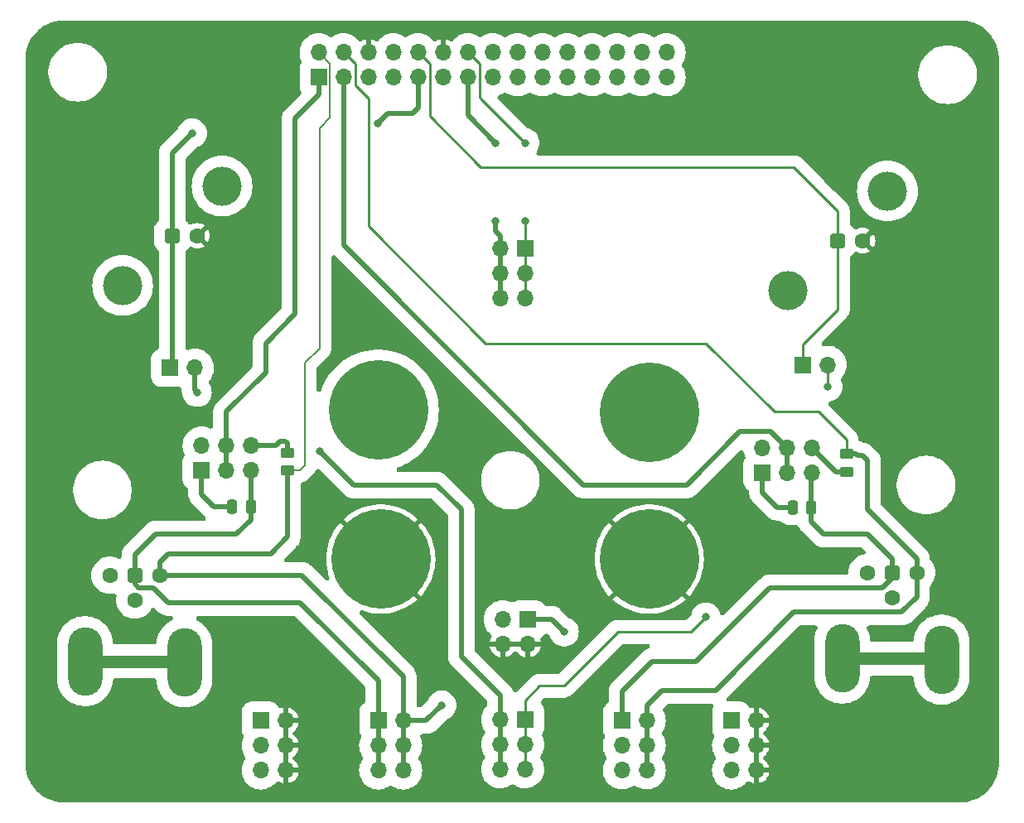
<source format=gtl>
%TF.GenerationSoftware,KiCad,Pcbnew,8.0.7*%
%TF.CreationDate,2024-12-31T21:00:06-05:00*%
%TF.ProjectId,Digilent_AD_Breakout,44696769-6c65-46e7-945f-41445f427265,rev?*%
%TF.SameCoordinates,Original*%
%TF.FileFunction,Copper,L1,Top*%
%TF.FilePolarity,Positive*%
%FSLAX46Y46*%
G04 Gerber Fmt 4.6, Leading zero omitted, Abs format (unit mm)*
G04 Created by KiCad (PCBNEW 8.0.7) date 2024-12-31 21:00:06*
%MOMM*%
%LPD*%
G01*
G04 APERTURE LIST*
G04 Aperture macros list*
%AMRoundRect*
0 Rectangle with rounded corners*
0 $1 Rounding radius*
0 $2 $3 $4 $5 $6 $7 $8 $9 X,Y pos of 4 corners*
0 Add a 4 corners polygon primitive as box body*
4,1,4,$2,$3,$4,$5,$6,$7,$8,$9,$2,$3,0*
0 Add four circle primitives for the rounded corners*
1,1,$1+$1,$2,$3*
1,1,$1+$1,$4,$5*
1,1,$1+$1,$6,$7*
1,1,$1+$1,$8,$9*
0 Add four rect primitives between the rounded corners*
20,1,$1+$1,$2,$3,$4,$5,0*
20,1,$1+$1,$4,$5,$6,$7,0*
20,1,$1+$1,$6,$7,$8,$9,0*
20,1,$1+$1,$8,$9,$2,$3,0*%
G04 Aperture macros list end*
%TA.AperFunction,SMDPad,CuDef*%
%ADD10RoundRect,0.250000X0.450000X-0.262500X0.450000X0.262500X-0.450000X0.262500X-0.450000X-0.262500X0*%
%TD*%
%TA.AperFunction,ComponentPad*%
%ADD11R,1.700000X1.700000*%
%TD*%
%TA.AperFunction,ComponentPad*%
%ADD12O,1.700000X1.700000*%
%TD*%
%TA.AperFunction,ComponentPad*%
%ADD13C,10.160000*%
%TD*%
%TA.AperFunction,ComponentPad*%
%ADD14C,1.600000*%
%TD*%
%TA.AperFunction,ComponentPad*%
%ADD15RoundRect,0.400000X0.400000X0.400000X-0.400000X0.400000X-0.400000X-0.400000X0.400000X-0.400000X0*%
%TD*%
%TA.AperFunction,ComponentPad*%
%ADD16O,3.500000X7.000000*%
%TD*%
%TA.AperFunction,ComponentPad*%
%ADD17C,4.000000*%
%TD*%
%TA.AperFunction,SMDPad,CuDef*%
%ADD18RoundRect,0.250000X0.250000X0.475000X-0.250000X0.475000X-0.250000X-0.475000X0.250000X-0.475000X0*%
%TD*%
%TA.AperFunction,SMDPad,CuDef*%
%ADD19RoundRect,0.250000X-0.450000X0.262500X-0.450000X-0.262500X0.450000X-0.262500X0.450000X0.262500X0*%
%TD*%
%TA.AperFunction,ViaPad*%
%ADD20C,0.800000*%
%TD*%
%TA.AperFunction,Conductor*%
%ADD21C,0.500000*%
%TD*%
%TA.AperFunction,Conductor*%
%ADD22C,0.250000*%
%TD*%
%TA.AperFunction,Conductor*%
%ADD23C,1.270000*%
%TD*%
%TA.AperFunction,Conductor*%
%ADD24C,0.200000*%
%TD*%
G04 APERTURE END LIST*
D10*
%TO.P,R2,1*%
%TO.N,Net-(J5-Pin_2)*%
X96380000Y-58609964D03*
%TO.P,R2,2*%
%TO.N,Channel2_N*%
X96380000Y-56784964D03*
%TD*%
D11*
%TO.P,J14,1,Pin_1*%
%TO.N,Signal_IN1P*%
X48509000Y-84089000D03*
D12*
%TO.P,J14,2,Pin_2*%
%TO.N,Channel1_N*%
X51049000Y-84089000D03*
%TO.P,J14,3,Pin_3*%
%TO.N,Signal_IN1P*%
X48509000Y-86629000D03*
%TO.P,J14,4,Pin_4*%
%TO.N,Channel1_N*%
X51049000Y-86629000D03*
%TO.P,J14,5,Pin_5*%
%TO.N,Signal_IN1P*%
X48509000Y-89169000D03*
%TO.P,J14,6,Pin_6*%
%TO.N,Channel1_N*%
X51049000Y-89169000D03*
%TD*%
D13*
%TO.P,J18,1,Pin_1*%
%TO.N,GND*%
X48768000Y-67564000D03*
%TD*%
D12*
%TO.P,J11,6,Pin_6*%
%TO.N,Net-(J10-Pin_2)*%
X60980000Y-89049000D03*
%TO.P,J11,5,Pin_5*%
%TO.N,Net-(J11-Pin_1)*%
X63520000Y-89049000D03*
%TO.P,J11,4,Pin_4*%
%TO.N,Net-(J10-Pin_2)*%
X60980000Y-86509000D03*
%TO.P,J11,3,Pin_3*%
%TO.N,Net-(J11-Pin_1)*%
X63520000Y-86509000D03*
%TO.P,J11,2,Pin_2*%
%TO.N,Net-(J10-Pin_2)*%
X60980000Y-83969000D03*
D11*
%TO.P,J11,1,Pin_1*%
%TO.N,Net-(J11-Pin_1)*%
X63520000Y-83969000D03*
%TD*%
D13*
%TO.P,J19,1,Pin_1*%
%TO.N,GND*%
X76200000Y-67564000D03*
%TD*%
D14*
%TO.P,J2,4*%
%TO.N,N/C*%
X21082000Y-69210000D03*
%TO.P,J2,3*%
X23622000Y-71750000D03*
%TO.P,J2,2,Ext*%
%TO.N,Channel1_N*%
X26162000Y-69210000D03*
D15*
%TO.P,J2,1,In*%
%TO.N,Signal_IN1P*%
X23622000Y-69210000D03*
D16*
%TO.P,J2,*%
%TO.N,*%
X18542000Y-78000000D03*
X28702000Y-78100000D03*
%TD*%
D11*
%TO.P,J4,1,Pin_1*%
%TO.N,Net-(J4-Pin_1)*%
X30460000Y-58500000D03*
D12*
%TO.P,J4,2,Pin_2*%
%TO.N,Net-(J4-Pin_2)*%
X30460000Y-55960000D03*
%TO.P,J4,3,Pin_3*%
%TO.N,Channel1_P*%
X33000000Y-58500000D03*
%TO.P,J4,4,Pin_4*%
X33000000Y-55960000D03*
%TO.P,J4,5,Pin_5*%
%TO.N,Signal_IN1P*%
X35540000Y-58500000D03*
%TO.P,J4,6,Pin_6*%
%TO.N,Net-(J4-Pin_2)*%
X35540000Y-55960000D03*
%TD*%
D11*
%TO.P,J5,1,Pin_1*%
%TO.N,Net-(J5-Pin_1)*%
X87759000Y-58718464D03*
D12*
%TO.P,J5,2,Pin_2*%
%TO.N,Net-(J5-Pin_2)*%
X87759000Y-56178464D03*
%TO.P,J5,3,Pin_3*%
%TO.N,Channel2_P*%
X90299000Y-58718464D03*
%TO.P,J5,4,Pin_4*%
X90299000Y-56178464D03*
%TO.P,J5,5,Pin_5*%
%TO.N,Signal_IN2P*%
X92839000Y-58718464D03*
%TO.P,J5,6,Pin_6*%
%TO.N,Net-(J5-Pin_2)*%
X92839000Y-56178464D03*
%TD*%
D13*
%TO.P,J17,1,Pin_1*%
%TO.N,+VDC*%
X48514000Y-52324000D03*
%TD*%
D14*
%TO.P,J8,2,Ext*%
%TO.N,GND*%
X30000000Y-34500000D03*
D15*
%TO.P,J8,1,In*%
%TO.N,Wavegen1*%
X27460000Y-34500000D03*
D17*
%TO.P,J8,*%
%TO.N,*%
X32540000Y-29420000D03*
X22380000Y-39580000D03*
%TD*%
D18*
%TO.P,C1,1*%
%TO.N,Signal_IN1P*%
X35474000Y-62183000D03*
%TO.P,C1,2*%
%TO.N,Net-(J4-Pin_1)*%
X33574000Y-62183000D03*
%TD*%
D19*
%TO.P,R1,1*%
%TO.N,Net-(J4-Pin_2)*%
X39223000Y-56698500D03*
%TO.P,R1,2*%
%TO.N,Channel1_N*%
X39223000Y-58523500D03*
%TD*%
D14*
%TO.P,J3,4*%
%TO.N,N/C*%
X98460000Y-68950000D03*
%TO.P,J3,3*%
X101000000Y-71490000D03*
%TO.P,J3,2,Ext*%
%TO.N,Channel2_N*%
X103540000Y-68950000D03*
D15*
%TO.P,J3,1,In*%
%TO.N,Signal_IN2P*%
X101000000Y-68950000D03*
D16*
%TO.P,J3,*%
%TO.N,*%
X95920000Y-77740000D03*
X106080000Y-77840000D03*
%TD*%
D14*
%TO.P,J9,2,Ext*%
%TO.N,GND*%
X98000000Y-35000000D03*
D15*
%TO.P,J9,1,In*%
%TO.N,Wavegen2*%
X95460000Y-35000000D03*
D17*
%TO.P,J9,*%
%TO.N,*%
X100540000Y-29920000D03*
X90380000Y-40080000D03*
%TD*%
D11*
%TO.P,J16,1,Pin_1*%
%TO.N,Signal_IN2P*%
X73406000Y-84074000D03*
D12*
%TO.P,J16,2,Pin_2*%
%TO.N,Channel2_N*%
X75946000Y-84074000D03*
%TO.P,J16,3,Pin_3*%
%TO.N,Signal_IN2P*%
X73406000Y-86614000D03*
%TO.P,J16,4,Pin_4*%
%TO.N,Channel2_N*%
X75946000Y-86614000D03*
%TO.P,J16,5,Pin_5*%
%TO.N,Signal_IN2P*%
X73406000Y-89154000D03*
%TO.P,J16,6,Pin_6*%
%TO.N,Channel2_N*%
X75946000Y-89154000D03*
%TD*%
%TO.P,J12,2,Pin_2*%
%TO.N,Net-(J11-Pin_1)*%
X94439000Y-47698000D03*
D11*
%TO.P,J12,1,Pin_1*%
%TO.N,Wavegen2*%
X91899000Y-47698000D03*
%TD*%
D13*
%TO.P,J20,1,Pin_1*%
%TO.N,-VDC*%
X76200000Y-52578000D03*
%TD*%
D11*
%TO.P,J10,1,Pin_1*%
%TO.N,Wavegen1*%
X27225000Y-48000000D03*
D12*
%TO.P,J10,2,Pin_2*%
%TO.N,Net-(J10-Pin_2)*%
X29765000Y-48000000D03*
%TD*%
%TO.P,J7,6,Pin_6*%
%TO.N,GND*%
X87117000Y-89169000D03*
%TO.P,J7,5,Pin_5*%
%TO.N,-VDC*%
X84577000Y-89169000D03*
%TO.P,J7,4,Pin_4*%
%TO.N,GND*%
X87117000Y-86629000D03*
%TO.P,J7,3,Pin_3*%
%TO.N,-VDC*%
X84577000Y-86629000D03*
%TO.P,J7,2,Pin_2*%
%TO.N,GND*%
X87117000Y-84089000D03*
D11*
%TO.P,J7,1,Pin_1*%
%TO.N,-VDC*%
X84577000Y-84089000D03*
%TD*%
D18*
%TO.P,C2,1*%
%TO.N,Signal_IN2P*%
X92758000Y-62269464D03*
%TO.P,C2,2*%
%TO.N,Net-(J5-Pin_1)*%
X90858000Y-62269464D03*
%TD*%
D11*
%TO.P,J15,1,Pin_1*%
%TO.N,Channel2_N*%
X63775000Y-73725000D03*
D12*
%TO.P,J15,2,Pin_2*%
%TO.N,GND*%
X63775000Y-76265000D03*
%TO.P,J15,3,Pin_3*%
%TO.N,Channel1_N*%
X61235000Y-73725000D03*
%TO.P,J15,4,Pin_4*%
%TO.N,GND*%
X61235000Y-76265000D03*
%TD*%
%TO.P,J6,6,Pin_6*%
%TO.N,GND*%
X39040000Y-89169000D03*
%TO.P,J6,5,Pin_5*%
%TO.N,+VDC*%
X36500000Y-89169000D03*
%TO.P,J6,4,Pin_4*%
%TO.N,GND*%
X39040000Y-86629000D03*
%TO.P,J6,3,Pin_3*%
%TO.N,+VDC*%
X36500000Y-86629000D03*
%TO.P,J6,2,Pin_2*%
%TO.N,GND*%
X39040000Y-84089000D03*
D11*
%TO.P,J6,1,Pin_1*%
%TO.N,+VDC*%
X36500000Y-84089000D03*
%TD*%
%TO.P,J13,1,Pin_1*%
%TO.N,Trig2*%
X63520000Y-35829000D03*
D12*
%TO.P,J13,2,Pin_2*%
%TO.N,Trig1*%
X60980000Y-35829000D03*
%TO.P,J13,3,Pin_3*%
%TO.N,Trig2*%
X63520000Y-38369000D03*
%TO.P,J13,4,Pin_4*%
%TO.N,Trig1*%
X60980000Y-38369000D03*
%TO.P,J13,5,Pin_5*%
%TO.N,Trig2*%
X63520000Y-40909000D03*
%TO.P,J13,6,Pin_6*%
%TO.N,Trig1*%
X60980000Y-40909000D03*
%TD*%
D11*
%TO.P,J1,1,Pin_1*%
%TO.N,Channel1_P*%
X42418000Y-18288000D03*
D12*
%TO.P,J1,2,Pin_2*%
%TO.N,Channel1_N*%
X42418000Y-15748000D03*
%TO.P,J1,3,Pin_3*%
%TO.N,Channel2_P*%
X44958000Y-18288000D03*
%TO.P,J1,4,Pin_4*%
%TO.N,Channel2_N*%
X44958000Y-15748000D03*
%TO.P,J1,5,Pin_5*%
%TO.N,GND*%
X47498000Y-18288000D03*
%TO.P,J1,6,Pin_6*%
X47498000Y-15748000D03*
%TO.P,J1,7,Pin_7*%
%TO.N,+VDC*%
X50038000Y-18288000D03*
%TO.P,J1,8,Pin_8*%
%TO.N,-VDC*%
X50038000Y-15748000D03*
%TO.P,J1,9,Pin_9*%
%TO.N,Wavegen1*%
X52578000Y-18288000D03*
%TO.P,J1,10,Pin_10*%
%TO.N,Wavegen2*%
X52578000Y-15748000D03*
%TO.P,J1,11,Pin_11*%
%TO.N,GND*%
X55118000Y-18288000D03*
%TO.P,J1,12,Pin_12*%
X55118000Y-15748000D03*
%TO.P,J1,13,Pin_13*%
%TO.N,Trig1*%
X57658000Y-18288000D03*
%TO.P,J1,14,Pin_14*%
%TO.N,Trig2*%
X57658000Y-15748000D03*
%TO.P,J1,15,Pin_15*%
%TO.N,D0*%
X60198000Y-18288000D03*
%TO.P,J1,16,Pin_16*%
%TO.N,D8*%
X60198000Y-15748000D03*
%TO.P,J1,17,Pin_17*%
%TO.N,D1*%
X62738000Y-18288000D03*
%TO.P,J1,18,Pin_18*%
%TO.N,D9*%
X62738000Y-15748000D03*
%TO.P,J1,19,Pin_19*%
%TO.N,D2*%
X65278000Y-18288000D03*
%TO.P,J1,20,Pin_20*%
%TO.N,D10*%
X65278000Y-15748000D03*
%TO.P,J1,21,Pin_21*%
%TO.N,D3*%
X67818000Y-18288000D03*
%TO.P,J1,22,Pin_22*%
%TO.N,D11*%
X67818000Y-15748000D03*
%TO.P,J1,23,Pin_23*%
%TO.N,D4*%
X70358000Y-18288000D03*
%TO.P,J1,24,Pin_24*%
%TO.N,D12*%
X70358000Y-15748000D03*
%TO.P,J1,25,Pin_25*%
%TO.N,D5*%
X72898000Y-18288000D03*
%TO.P,J1,26,Pin_26*%
%TO.N,D13*%
X72898000Y-15748000D03*
%TO.P,J1,27,Pin_27*%
%TO.N,D6*%
X75438000Y-18288000D03*
%TO.P,J1,28,Pin_28*%
%TO.N,D14*%
X75438000Y-15748000D03*
%TO.P,J1,29,Pin_29*%
%TO.N,D7*%
X77978000Y-18288000D03*
%TO.P,J1,30,Pin_30*%
%TO.N,D15*%
X77978000Y-15748000D03*
%TD*%
D20*
%TO.N,Channel2_N*%
X67500000Y-75000000D03*
%TO.N,Channel1_N*%
X55000000Y-82500000D03*
%TO.N,Trig2*%
X63500000Y-33000000D03*
X63500000Y-25000000D03*
%TO.N,Trig1*%
X60500000Y-33000000D03*
X60500000Y-25000000D03*
%TO.N,Net-(J11-Pin_1)*%
X82000000Y-73500000D03*
X94439000Y-49939000D03*
%TO.N,Net-(J10-Pin_2)*%
X42500000Y-56500000D03*
X30000000Y-50500000D03*
%TO.N,Wavegen1*%
X29500000Y-24000000D03*
X48500000Y-23000000D03*
%TD*%
D21*
%TO.N,Wavegen1*%
X29500000Y-24000000D02*
X27460000Y-26040000D01*
X27460000Y-26040000D02*
X27460000Y-34500000D01*
D22*
%TO.N,Net-(J11-Pin_1)*%
X65000000Y-80500000D02*
X63520000Y-81980000D01*
X63520000Y-81980000D02*
X63520000Y-83969000D01*
X73000000Y-75000000D02*
X67500000Y-80500000D01*
X80500000Y-75000000D02*
X73000000Y-75000000D01*
X67500000Y-80500000D02*
X65000000Y-80500000D01*
X82000000Y-73500000D02*
X80500000Y-75000000D01*
D21*
%TO.N,Channel2_N*%
X66225000Y-73725000D02*
X67500000Y-75000000D01*
X63775000Y-73725000D02*
X66225000Y-73725000D01*
%TO.N,Channel1_N*%
X53411000Y-84089000D02*
X55000000Y-82500000D01*
X51049000Y-84089000D02*
X53411000Y-84089000D01*
%TO.N,Net-(J10-Pin_2)*%
X46000000Y-60000000D02*
X54500000Y-60000000D01*
X54500000Y-60000000D02*
X57000000Y-62500000D01*
X57000000Y-62500000D02*
X57000000Y-77500000D01*
X57000000Y-77500000D02*
X61000000Y-81500000D01*
X61000000Y-81500000D02*
X60980000Y-81520000D01*
X60980000Y-81520000D02*
X60980000Y-89049000D01*
X42500000Y-56500000D02*
X46000000Y-60000000D01*
D22*
%TO.N,Trig2*%
X63520000Y-33020000D02*
X63520000Y-40909000D01*
X63500000Y-33000000D02*
X63520000Y-33020000D01*
X59000000Y-20500000D02*
X63500000Y-25000000D01*
X58833000Y-20333000D02*
X59000000Y-20500000D01*
X58833000Y-16923000D02*
X58833000Y-20333000D01*
X57658000Y-15748000D02*
X58833000Y-16923000D01*
D21*
%TO.N,Trig1*%
X60980000Y-34480000D02*
X60980000Y-40909000D01*
X60500000Y-33000000D02*
X60500000Y-34000000D01*
X60500000Y-34000000D02*
X60980000Y-34480000D01*
X57658000Y-22158000D02*
X60500000Y-25000000D01*
X57658000Y-18288000D02*
X57658000Y-22158000D01*
D23*
%TO.N,*%
X105980000Y-77740000D02*
X106080000Y-77840000D01*
X95920000Y-77740000D02*
X105980000Y-77740000D01*
X18542000Y-78000000D02*
X28602000Y-78000000D01*
X28602000Y-78000000D02*
X28702000Y-78100000D01*
D22*
%TO.N,Net-(J11-Pin_1)*%
X63520000Y-83969000D02*
X63520000Y-89049000D01*
X94500000Y-50000000D02*
X94439000Y-49939000D01*
X94439000Y-47698000D02*
X94439000Y-49939000D01*
%TO.N,Wavegen2*%
X95460000Y-42040000D02*
X91899000Y-45601000D01*
X91899000Y-45601000D02*
X91899000Y-47698000D01*
X95460000Y-35000000D02*
X95460000Y-42040000D01*
X59000000Y-27500000D02*
X91000000Y-27500000D01*
X91000000Y-27500000D02*
X95460000Y-31960000D01*
X95460000Y-31960000D02*
X95460000Y-35000000D01*
X53753000Y-16923000D02*
X53753000Y-22253000D01*
X52578000Y-15748000D02*
X53753000Y-16923000D01*
X53753000Y-22253000D02*
X59000000Y-27500000D01*
D21*
%TO.N,Net-(J10-Pin_2)*%
X29765000Y-50265000D02*
X30000000Y-50500000D01*
X29765000Y-48000000D02*
X29765000Y-50265000D01*
%TO.N,Wavegen1*%
X27460000Y-47765000D02*
X27225000Y-48000000D01*
X27460000Y-34500000D02*
X27460000Y-47765000D01*
X52000000Y-22000000D02*
X49500000Y-22000000D01*
X52578000Y-21422000D02*
X52000000Y-22000000D01*
X49500000Y-22000000D02*
X48500000Y-23000000D01*
X52578000Y-18288000D02*
X52578000Y-21422000D01*
D24*
%TO.N,Channel1_N*%
X40476500Y-58523500D02*
X39223000Y-58523500D01*
X41000000Y-47500000D02*
X41000000Y-58000000D01*
X42500000Y-46000000D02*
X41000000Y-47500000D01*
X43568000Y-16898000D02*
X43568000Y-22432000D01*
X42418000Y-15748000D02*
X43568000Y-16898000D01*
X43568000Y-22432000D02*
X42500000Y-23500000D01*
X42500000Y-23500000D02*
X42500000Y-46000000D01*
X41000000Y-58000000D02*
X40476500Y-58523500D01*
D21*
%TO.N,Channel2_P*%
X88620536Y-54500000D02*
X90299000Y-56178464D01*
X80000000Y-60000000D02*
X85500000Y-54500000D01*
X69500000Y-60000000D02*
X80000000Y-60000000D01*
X44958000Y-35458000D02*
X69500000Y-60000000D01*
X85500000Y-54500000D02*
X88620536Y-54500000D01*
X44958000Y-18288000D02*
X44958000Y-35458000D01*
D22*
%TO.N,Channel2_N*%
X96380000Y-55380000D02*
X96380000Y-56784964D01*
X93500000Y-52500000D02*
X96380000Y-55380000D01*
X82000000Y-45500000D02*
X89000000Y-52500000D01*
X89000000Y-52500000D02*
X93500000Y-52500000D01*
X59500000Y-45500000D02*
X82000000Y-45500000D01*
X47500000Y-20500000D02*
X47500000Y-33500000D01*
X46133000Y-19133000D02*
X47500000Y-20500000D01*
X46133000Y-16923000D02*
X46133000Y-19133000D01*
X44958000Y-15748000D02*
X46133000Y-16923000D01*
X47500000Y-33500000D02*
X59500000Y-45500000D01*
D21*
X75946000Y-82554000D02*
X75946000Y-84074000D01*
X83000000Y-81000000D02*
X77500000Y-81000000D01*
X91000000Y-73000000D02*
X83000000Y-81000000D01*
X102000000Y-73000000D02*
X91000000Y-73000000D01*
X103540000Y-71460000D02*
X102000000Y-73000000D01*
X103540000Y-68950000D02*
X103540000Y-71460000D01*
X77500000Y-81000000D02*
X75946000Y-82554000D01*
%TO.N,Net-(J5-Pin_2)*%
X96380000Y-58609964D02*
X95270500Y-58609964D01*
X95270500Y-58609964D02*
X92839000Y-56178464D01*
%TO.N,Net-(J5-Pin_1)*%
X89269464Y-62269464D02*
X90858000Y-62269464D01*
X87759000Y-60759000D02*
X89269464Y-62269464D01*
X87759000Y-58718464D02*
X87759000Y-60759000D01*
%TO.N,Channel2_P*%
X90299000Y-56178464D02*
X90299000Y-58718464D01*
%TO.N,Channel2_N*%
X75946000Y-84074000D02*
X75946000Y-89154000D01*
X97284964Y-56784964D02*
X96380000Y-56784964D01*
X97500000Y-57000000D02*
X97284964Y-56784964D01*
X98500000Y-57500000D02*
X98000000Y-57000000D01*
X98500000Y-62500000D02*
X98500000Y-57500000D01*
X98000000Y-57000000D02*
X97500000Y-57000000D01*
X103540000Y-67540000D02*
X98500000Y-62500000D01*
X103540000Y-68950000D02*
X103540000Y-67540000D01*
%TO.N,Signal_IN2P*%
X76500000Y-78000000D02*
X73406000Y-81094000D01*
X81000000Y-78000000D02*
X76500000Y-78000000D01*
X88500000Y-70500000D02*
X81000000Y-78000000D01*
X73406000Y-81094000D02*
X73406000Y-84074000D01*
X100000000Y-70500000D02*
X88500000Y-70500000D01*
X101000000Y-68950000D02*
X101000000Y-69500000D01*
X101000000Y-69500000D02*
X100000000Y-70500000D01*
X94000000Y-65000000D02*
X92758000Y-63758000D01*
X98500000Y-65000000D02*
X94000000Y-65000000D01*
X101000000Y-68950000D02*
X101000000Y-67500000D01*
X101000000Y-67500000D02*
X98500000Y-65000000D01*
X92758000Y-63758000D02*
X92758000Y-62269464D01*
X92758000Y-58799464D02*
X92839000Y-58718464D01*
X92758000Y-62269464D02*
X92758000Y-58799464D01*
%TO.N,Channel1_N*%
X61183000Y-73777000D02*
X61235000Y-73725000D01*
X51049000Y-79549000D02*
X40710000Y-69210000D01*
X51049000Y-89169000D02*
X51049000Y-79549000D01*
X40710000Y-69210000D02*
X26162000Y-69210000D01*
%TO.N,Signal_IN1P*%
X48509000Y-84089000D02*
X48509000Y-89169000D01*
X24000000Y-70500000D02*
X23622000Y-70122000D01*
X23622000Y-70122000D02*
X23622000Y-69210000D01*
X27000000Y-72000000D02*
X25500000Y-70500000D01*
X40500000Y-72000000D02*
X27000000Y-72000000D01*
X48509000Y-80009000D02*
X40500000Y-72000000D01*
X25500000Y-70500000D02*
X24000000Y-70500000D01*
X48509000Y-84089000D02*
X48509000Y-80009000D01*
X35474000Y-63526000D02*
X35474000Y-62183000D01*
X23622000Y-67128000D02*
X25750000Y-65000000D01*
X25750000Y-65000000D02*
X34000000Y-65000000D01*
X23622000Y-69210000D02*
X23622000Y-67128000D01*
X34000000Y-65000000D02*
X35474000Y-63526000D01*
%TO.N,Net-(J4-Pin_2)*%
X38500000Y-55500000D02*
X38040000Y-55960000D01*
X39000000Y-55500000D02*
X38500000Y-55500000D01*
X38040000Y-55960000D02*
X35540000Y-55960000D01*
X39223000Y-55723000D02*
X39000000Y-55500000D01*
X39223000Y-56698500D02*
X39223000Y-55723000D01*
%TO.N,Channel1_P*%
X37000000Y-48500000D02*
X33000000Y-52500000D01*
X40000000Y-22500000D02*
X40000000Y-42500000D01*
X40000000Y-42500000D02*
X37000000Y-45500000D01*
X37000000Y-45500000D02*
X37000000Y-48500000D01*
X33000000Y-52500000D02*
X33000000Y-55960000D01*
X42418000Y-20082000D02*
X40000000Y-22500000D01*
X42418000Y-18288000D02*
X42418000Y-20082000D01*
%TO.N,Signal_IN1P*%
X35474000Y-62183000D02*
X35474000Y-58566000D01*
X35474000Y-58566000D02*
X35540000Y-58500000D01*
%TO.N,Net-(J4-Pin_1)*%
X30460000Y-60960000D02*
X30460000Y-58500000D01*
X31683000Y-62183000D02*
X30460000Y-60960000D01*
X33574000Y-62183000D02*
X31683000Y-62183000D01*
%TO.N,Channel1_N*%
X27000000Y-67000000D02*
X26162000Y-67838000D01*
X37500000Y-67000000D02*
X27000000Y-67000000D01*
X26162000Y-67838000D02*
X26162000Y-69210000D01*
X39223000Y-65277000D02*
X37500000Y-67000000D01*
X39223000Y-58523500D02*
X39223000Y-65277000D01*
%TO.N,Channel1_P*%
X33000000Y-55960000D02*
X33000000Y-58500000D01*
D24*
%TO.N,Channel1_N*%
X42672000Y-15748000D02*
X42418000Y-15748000D01*
%TD*%
%TA.AperFunction,Conductor*%
%TO.N,GND*%
G36*
X39290000Y-88735988D02*
G01*
X39232993Y-88703075D01*
X39105826Y-88669000D01*
X38974174Y-88669000D01*
X38847007Y-88703075D01*
X38790000Y-88735988D01*
X38790000Y-87062012D01*
X38847007Y-87094925D01*
X38974174Y-87129000D01*
X39105826Y-87129000D01*
X39232993Y-87094925D01*
X39290000Y-87062012D01*
X39290000Y-88735988D01*
G37*
%TD.AperFunction*%
%TA.AperFunction,Conductor*%
G36*
X39290000Y-86195988D02*
G01*
X39232993Y-86163075D01*
X39105826Y-86129000D01*
X38974174Y-86129000D01*
X38847007Y-86163075D01*
X38790000Y-86195988D01*
X38790000Y-84522012D01*
X38847007Y-84554925D01*
X38974174Y-84589000D01*
X39105826Y-84589000D01*
X39232993Y-84554925D01*
X39290000Y-84522012D01*
X39290000Y-86195988D01*
G37*
%TD.AperFunction*%
%TA.AperFunction,Conductor*%
G36*
X87367000Y-88735988D02*
G01*
X87309993Y-88703075D01*
X87182826Y-88669000D01*
X87051174Y-88669000D01*
X86924007Y-88703075D01*
X86867000Y-88735988D01*
X86867000Y-87062012D01*
X86924007Y-87094925D01*
X87051174Y-87129000D01*
X87182826Y-87129000D01*
X87309993Y-87094925D01*
X87367000Y-87062012D01*
X87367000Y-88735988D01*
G37*
%TD.AperFunction*%
%TA.AperFunction,Conductor*%
G36*
X87367000Y-86195988D02*
G01*
X87309993Y-86163075D01*
X87182826Y-86129000D01*
X87051174Y-86129000D01*
X86924007Y-86163075D01*
X86867000Y-86195988D01*
X86867000Y-84522012D01*
X86924007Y-84554925D01*
X87051174Y-84589000D01*
X87182826Y-84589000D01*
X87309993Y-84554925D01*
X87367000Y-84522012D01*
X87367000Y-86195988D01*
G37*
%TD.AperFunction*%
%TA.AperFunction,Conductor*%
G36*
X63309075Y-76072007D02*
G01*
X63275000Y-76199174D01*
X63275000Y-76330826D01*
X63309075Y-76457993D01*
X63341988Y-76515000D01*
X61668012Y-76515000D01*
X61700925Y-76457993D01*
X61735000Y-76330826D01*
X61735000Y-76199174D01*
X61700925Y-76072007D01*
X61668012Y-76015000D01*
X63341988Y-76015000D01*
X63309075Y-76072007D01*
G37*
%TD.AperFunction*%
%TA.AperFunction,Conductor*%
G36*
X44044788Y-36481489D02*
G01*
X44125569Y-36535464D01*
X68620208Y-61030104D01*
X68792184Y-61155051D01*
X68981588Y-61251557D01*
X69183757Y-61317246D01*
X69257601Y-61328941D01*
X69393703Y-61350499D01*
X69393710Y-61350499D01*
X69393713Y-61350500D01*
X69393716Y-61350500D01*
X80106284Y-61350500D01*
X80106287Y-61350500D01*
X80106290Y-61350499D01*
X80106296Y-61350499D01*
X80205476Y-61334789D01*
X80316243Y-61317246D01*
X80518412Y-61251557D01*
X80707816Y-61155051D01*
X80745208Y-61127883D01*
X80760695Y-61116633D01*
X80879785Y-61030109D01*
X80879784Y-61030109D01*
X80879792Y-61030104D01*
X81030104Y-60879792D01*
X81030106Y-60879788D01*
X85434818Y-56475075D01*
X85515597Y-56421102D01*
X85610885Y-56402148D01*
X85706173Y-56421102D01*
X85786955Y-56475078D01*
X85840931Y-56555860D01*
X85854194Y-56598218D01*
X85882726Y-56729377D01*
X85882727Y-56729382D01*
X85882729Y-56729387D01*
X85942793Y-56890425D01*
X85980230Y-56990799D01*
X85980232Y-56990803D01*
X85994085Y-57016173D01*
X86023116Y-57108889D01*
X86014457Y-57205657D01*
X85981752Y-57275072D01*
X85938725Y-57338643D01*
X85938718Y-57338656D01*
X85855988Y-57531846D01*
X85855986Y-57531853D01*
X85811314Y-57737204D01*
X85811311Y-57737222D01*
X85808500Y-57784417D01*
X85808500Y-59652510D01*
X85811311Y-59699705D01*
X85811314Y-59699723D01*
X85855986Y-59905074D01*
X85855988Y-59905081D01*
X85938718Y-60098271D01*
X85938725Y-60098284D01*
X86056518Y-60272323D01*
X86056520Y-60272325D01*
X86056523Y-60272329D01*
X86205135Y-60420941D01*
X86299067Y-60484516D01*
X86367355Y-60553620D01*
X86404000Y-60643599D01*
X86408500Y-60690724D01*
X86408500Y-60865296D01*
X86441753Y-61075240D01*
X86455200Y-61116627D01*
X86507443Y-61277412D01*
X86603949Y-61466816D01*
X86715394Y-61620208D01*
X86728899Y-61638796D01*
X86728901Y-61638798D01*
X86879210Y-61789106D01*
X86879211Y-61789106D01*
X88239357Y-63149252D01*
X88239357Y-63149253D01*
X88389665Y-63299562D01*
X88389668Y-63299564D01*
X88389672Y-63299568D01*
X88439579Y-63335827D01*
X88500087Y-63379789D01*
X88500089Y-63379790D01*
X88500092Y-63379792D01*
X88561648Y-63424515D01*
X88751052Y-63521021D01*
X88953221Y-63586710D01*
X88953227Y-63586711D01*
X88953231Y-63586712D01*
X89049414Y-63601946D01*
X89163178Y-63619965D01*
X89163181Y-63619965D01*
X89386025Y-63619965D01*
X89386049Y-63619964D01*
X89470464Y-63619964D01*
X89565752Y-63638918D01*
X89646533Y-63692894D01*
X89702081Y-63748441D01*
X89736599Y-63782959D01*
X89930170Y-63918499D01*
X90144337Y-64018367D01*
X90372592Y-64079527D01*
X90372595Y-64079527D01*
X90372598Y-64079528D01*
X90536081Y-64093830D01*
X90549034Y-64094964D01*
X91166966Y-64094964D01*
X91242421Y-64088362D01*
X91338997Y-64098938D01*
X91424176Y-64145667D01*
X91484988Y-64221436D01*
X91500936Y-64259465D01*
X91506441Y-64276407D01*
X91506443Y-64276412D01*
X91602949Y-64465816D01*
X91665823Y-64552355D01*
X91727899Y-64637796D01*
X91727901Y-64637798D01*
X91878210Y-64788106D01*
X91878211Y-64788106D01*
X92969895Y-65879791D01*
X92969896Y-65879792D01*
X93120208Y-66030104D01*
X93292184Y-66155051D01*
X93481588Y-66251557D01*
X93683757Y-66317246D01*
X93757601Y-66328941D01*
X93893703Y-66350499D01*
X93893710Y-66350499D01*
X93893713Y-66350500D01*
X97837465Y-66350500D01*
X97932753Y-66369454D01*
X98013535Y-66423430D01*
X98248560Y-66658455D01*
X98302536Y-66739237D01*
X98321490Y-66834525D01*
X98302536Y-66929813D01*
X98248560Y-67010595D01*
X98167778Y-67064571D01*
X98125419Y-67077834D01*
X97923208Y-67121822D01*
X97923201Y-67121824D01*
X97668488Y-67216827D01*
X97668484Y-67216829D01*
X97429886Y-67347113D01*
X97212265Y-67510023D01*
X97212260Y-67510027D01*
X97020027Y-67702260D01*
X97020023Y-67702265D01*
X96857113Y-67919886D01*
X96726829Y-68158484D01*
X96726827Y-68158488D01*
X96662779Y-68330208D01*
X96631825Y-68413199D01*
X96611228Y-68507883D01*
X96574039Y-68678838D01*
X96556915Y-68918264D01*
X96531211Y-69011957D01*
X96471609Y-69088682D01*
X96387182Y-69136758D01*
X96308549Y-69149500D01*
X88616585Y-69149500D01*
X88616561Y-69149499D01*
X88606287Y-69149499D01*
X88393714Y-69149499D01*
X88393711Y-69149499D01*
X88393704Y-69149500D01*
X88183767Y-69182751D01*
X88183753Y-69182755D01*
X87981592Y-69248441D01*
X87792182Y-69344950D01*
X87620206Y-69469897D01*
X87469893Y-69620211D01*
X83866272Y-73223831D01*
X83785490Y-73277807D01*
X83690202Y-73296761D01*
X83594914Y-73277807D01*
X83514132Y-73223831D01*
X83460156Y-73143049D01*
X83448822Y-73108888D01*
X83435888Y-73057813D01*
X83424063Y-73011119D01*
X83324173Y-72783393D01*
X83270997Y-72702001D01*
X83188169Y-72575221D01*
X83188163Y-72575214D01*
X83019751Y-72392269D01*
X83019747Y-72392265D01*
X83019744Y-72392262D01*
X83019738Y-72392257D01*
X82823514Y-72239529D01*
X82823510Y-72239526D01*
X82823509Y-72239526D01*
X82740840Y-72194788D01*
X82604811Y-72121172D01*
X82369621Y-72040430D01*
X82369610Y-72040428D01*
X82124335Y-71999500D01*
X81875665Y-71999500D01*
X81630389Y-72040428D01*
X81630378Y-72040430D01*
X81395188Y-72121172D01*
X81176485Y-72239529D01*
X80980261Y-72392257D01*
X80980248Y-72392269D01*
X80811836Y-72575214D01*
X80811830Y-72575221D01*
X80675828Y-72783391D01*
X80675825Y-72783396D01*
X80575936Y-73011121D01*
X80575936Y-73011123D01*
X80531786Y-73185462D01*
X80490020Y-73273181D01*
X80466476Y-73300403D01*
X80065312Y-73701569D01*
X79984531Y-73755546D01*
X79889243Y-73774500D01*
X72903541Y-73774500D01*
X72713035Y-73804674D01*
X72713019Y-73804678D01*
X72668923Y-73819005D01*
X72653420Y-73824043D01*
X72614171Y-73836795D01*
X72529576Y-73864282D01*
X72529571Y-73864284D01*
X72357701Y-73951855D01*
X72357700Y-73951856D01*
X72357698Y-73951858D01*
X72286991Y-74003230D01*
X72201643Y-74065239D01*
X67065311Y-79201570D01*
X66984529Y-79255546D01*
X66889241Y-79274500D01*
X64903541Y-79274500D01*
X64713030Y-79304675D01*
X64529577Y-79364282D01*
X64529560Y-79364289D01*
X64485141Y-79386923D01*
X64485140Y-79386924D01*
X64362642Y-79449338D01*
X64357696Y-79451859D01*
X64201643Y-79565238D01*
X62669769Y-81097112D01*
X62588987Y-81151088D01*
X62493699Y-81170042D01*
X62398411Y-81151088D01*
X62317629Y-81097112D01*
X62263653Y-81016330D01*
X62256887Y-80997989D01*
X62251560Y-80981597D01*
X62251559Y-80981593D01*
X62251557Y-80981590D01*
X62251557Y-80981588D01*
X62155051Y-80792184D01*
X62144571Y-80777759D01*
X62091019Y-80704050D01*
X62091019Y-80704049D01*
X62030107Y-80620212D01*
X62030104Y-80620208D01*
X58423430Y-77013534D01*
X58369454Y-76932752D01*
X58350500Y-76837464D01*
X58350500Y-73725000D01*
X59279518Y-73725000D01*
X59296411Y-73961198D01*
X59299423Y-74003302D01*
X59358725Y-74275910D01*
X59358727Y-74275918D01*
X59358729Y-74275923D01*
X59456231Y-74537337D01*
X59549967Y-74709000D01*
X59589945Y-74782215D01*
X59757140Y-75005562D01*
X59757142Y-75005564D01*
X59757145Y-75005568D01*
X59954432Y-75202855D01*
X60008176Y-75243087D01*
X60073099Y-75315364D01*
X60105421Y-75406984D01*
X60100222Y-75504000D01*
X60066373Y-75577735D01*
X60066838Y-75578003D01*
X60063972Y-75582966D01*
X60062932Y-75585233D01*
X60061403Y-75587415D01*
X60061396Y-75587428D01*
X59961570Y-75801505D01*
X59961566Y-75801516D01*
X59904363Y-76014998D01*
X59904364Y-76015000D01*
X60801988Y-76015000D01*
X60769075Y-76072007D01*
X60735000Y-76199174D01*
X60735000Y-76330826D01*
X60769075Y-76457993D01*
X60801988Y-76515000D01*
X59904364Y-76515000D01*
X59904363Y-76515001D01*
X59961566Y-76728483D01*
X59961566Y-76728485D01*
X60061399Y-76942576D01*
X60196889Y-77136076D01*
X60363923Y-77303110D01*
X60557423Y-77438600D01*
X60771511Y-77538431D01*
X60985000Y-77595635D01*
X60985000Y-76698012D01*
X61042007Y-76730925D01*
X61169174Y-76765000D01*
X61300826Y-76765000D01*
X61427993Y-76730925D01*
X61485000Y-76698012D01*
X61485000Y-77595635D01*
X61698488Y-77538431D01*
X61912576Y-77438600D01*
X62106076Y-77303110D01*
X62273111Y-77136075D01*
X62301030Y-77096203D01*
X62371211Y-77029018D01*
X62461760Y-76993805D01*
X62558892Y-76995924D01*
X62647819Y-77035052D01*
X62708970Y-77096203D01*
X62736888Y-77136075D01*
X62903923Y-77303110D01*
X63097423Y-77438600D01*
X63311511Y-77538431D01*
X63525000Y-77595635D01*
X63525000Y-76698012D01*
X63582007Y-76730925D01*
X63709174Y-76765000D01*
X63840826Y-76765000D01*
X63967993Y-76730925D01*
X64025000Y-76698012D01*
X64025000Y-77595635D01*
X64238488Y-77538431D01*
X64452576Y-77438600D01*
X64646076Y-77303110D01*
X64813110Y-77136076D01*
X64948600Y-76942576D01*
X65048433Y-76728485D01*
X65048433Y-76728483D01*
X65105636Y-76515001D01*
X65105636Y-76515000D01*
X64208012Y-76515000D01*
X64240925Y-76457993D01*
X64275000Y-76330826D01*
X64275000Y-76199174D01*
X64240925Y-76072007D01*
X64208012Y-76015000D01*
X65105636Y-76015000D01*
X65105636Y-76014999D01*
X65052537Y-75816833D01*
X65046182Y-75719886D01*
X65077411Y-75627887D01*
X65141470Y-75554841D01*
X65153486Y-75546177D01*
X65154813Y-75545279D01*
X65328865Y-75427477D01*
X65477477Y-75278865D01*
X65477481Y-75278858D01*
X65477483Y-75278857D01*
X65480136Y-75275645D01*
X65483174Y-75273166D01*
X65485864Y-75270477D01*
X65486136Y-75270749D01*
X65555420Y-75214234D01*
X65648475Y-75186308D01*
X65745134Y-75196118D01*
X65830680Y-75242171D01*
X65848215Y-75258110D01*
X66040420Y-75450315D01*
X66092377Y-75526362D01*
X66175822Y-75716598D01*
X66175825Y-75716603D01*
X66175827Y-75716607D01*
X66202414Y-75757302D01*
X66311830Y-75924778D01*
X66311836Y-75924785D01*
X66480248Y-76107730D01*
X66480252Y-76107733D01*
X66480256Y-76107738D01*
X66480260Y-76107741D01*
X66480261Y-76107742D01*
X66676485Y-76260470D01*
X66676487Y-76260471D01*
X66676491Y-76260474D01*
X66895190Y-76378828D01*
X66896309Y-76379212D01*
X67130378Y-76459569D01*
X67130382Y-76459569D01*
X67130386Y-76459571D01*
X67375665Y-76500500D01*
X67624335Y-76500500D01*
X67869614Y-76459571D01*
X67869618Y-76459569D01*
X67869621Y-76459569D01*
X67959077Y-76428858D01*
X68104810Y-76378828D01*
X68323509Y-76260474D01*
X68519744Y-76107738D01*
X68688164Y-75924785D01*
X68824173Y-75716607D01*
X68924063Y-75488881D01*
X68985108Y-75247821D01*
X69005643Y-75000000D01*
X68985108Y-74752179D01*
X68924063Y-74511119D01*
X68824173Y-74283393D01*
X68761577Y-74187582D01*
X68688169Y-74075221D01*
X68688163Y-74075214D01*
X68519751Y-73892269D01*
X68519747Y-73892265D01*
X68519744Y-73892262D01*
X68503723Y-73879792D01*
X68323514Y-73739529D01*
X68323510Y-73739526D01*
X68323509Y-73739526D01*
X68132136Y-73635960D01*
X68104809Y-73621171D01*
X68104800Y-73621168D01*
X68046999Y-73601324D01*
X67963028Y-73552456D01*
X67951783Y-73541887D01*
X67263804Y-72853909D01*
X67263799Y-72853903D01*
X67104798Y-72694901D01*
X67104796Y-72694899D01*
X67049389Y-72654644D01*
X66932816Y-72569949D01*
X66743412Y-72473443D01*
X66743409Y-72473442D01*
X66743407Y-72473441D01*
X66541240Y-72407753D01*
X66331296Y-72374500D01*
X66331287Y-72374500D01*
X65747261Y-72374500D01*
X65651973Y-72355546D01*
X65571191Y-72301570D01*
X65541052Y-72265067D01*
X65477478Y-72171137D01*
X65477477Y-72171135D01*
X65328865Y-72022523D01*
X65328861Y-72022520D01*
X65328859Y-72022518D01*
X65154820Y-71904725D01*
X65154807Y-71904718D01*
X64961617Y-71821988D01*
X64961610Y-71821986D01*
X64756259Y-71777314D01*
X64756241Y-71777311D01*
X64709046Y-71774500D01*
X64709038Y-71774500D01*
X62840962Y-71774500D01*
X62840954Y-71774500D01*
X62793758Y-71777311D01*
X62793740Y-71777314D01*
X62588389Y-71821986D01*
X62588382Y-71821988D01*
X62395192Y-71904718D01*
X62395179Y-71904725D01*
X62331608Y-71947752D01*
X62242071Y-71985465D01*
X62144918Y-71986043D01*
X62072709Y-71960085D01*
X62047339Y-71946232D01*
X62047335Y-71946230D01*
X61980925Y-71921460D01*
X61785923Y-71848729D01*
X61785918Y-71848727D01*
X61785910Y-71848725D01*
X61513302Y-71789423D01*
X61513296Y-71789422D01*
X61513294Y-71789422D01*
X61235000Y-71769518D01*
X60956706Y-71789422D01*
X60956703Y-71789422D01*
X60956697Y-71789423D01*
X60684089Y-71848725D01*
X60684079Y-71848728D01*
X60684077Y-71848729D01*
X60533964Y-71904718D01*
X60422665Y-71946230D01*
X60177784Y-72079945D01*
X59954437Y-72247140D01*
X59954437Y-72247141D01*
X59954432Y-72247145D01*
X59757145Y-72444432D01*
X59757142Y-72444435D01*
X59757142Y-72444436D01*
X59757140Y-72444437D01*
X59589945Y-72667784D01*
X59456230Y-72912665D01*
X59424501Y-72997734D01*
X59365826Y-73155051D01*
X59358729Y-73174078D01*
X59358725Y-73174089D01*
X59299423Y-73446697D01*
X59299422Y-73446703D01*
X59299422Y-73446706D01*
X59279518Y-73725000D01*
X58350500Y-73725000D01*
X58350500Y-67564000D01*
X70614968Y-67564000D01*
X70635089Y-68037657D01*
X70695302Y-68507867D01*
X70695305Y-68507883D01*
X70795178Y-68971296D01*
X70934000Y-69424598D01*
X71110758Y-69864479D01*
X71324187Y-70287790D01*
X71572750Y-70691482D01*
X71572750Y-70691483D01*
X71854641Y-71072625D01*
X71854643Y-71072627D01*
X72080824Y-71329619D01*
X73872817Y-69537625D01*
X73922208Y-69599560D01*
X74164440Y-69841792D01*
X74226371Y-69891181D01*
X72433985Y-71683568D01*
X72510113Y-71756530D01*
X72878952Y-72054348D01*
X73271724Y-72319815D01*
X73271737Y-72319822D01*
X73685582Y-72551011D01*
X73685586Y-72551013D01*
X74117589Y-72746291D01*
X74564551Y-72904214D01*
X74564578Y-72904223D01*
X75023352Y-73023677D01*
X75490597Y-73103795D01*
X75490602Y-73103796D01*
X75962968Y-73144000D01*
X76437032Y-73144000D01*
X76909397Y-73103796D01*
X76909402Y-73103795D01*
X77376647Y-73023677D01*
X77835421Y-72904223D01*
X77835448Y-72904214D01*
X78282410Y-72746291D01*
X78714413Y-72551013D01*
X78714417Y-72551011D01*
X79128262Y-72319822D01*
X79128275Y-72319815D01*
X79521047Y-72054348D01*
X79889886Y-71756531D01*
X79966013Y-71683568D01*
X78173626Y-69891181D01*
X78235560Y-69841792D01*
X78477792Y-69599560D01*
X78527181Y-69537626D01*
X80319174Y-71329619D01*
X80545356Y-71072627D01*
X80545358Y-71072625D01*
X80827249Y-70691483D01*
X80827249Y-70691482D01*
X81075812Y-70287790D01*
X81289241Y-69864479D01*
X81465999Y-69424598D01*
X81604821Y-68971296D01*
X81704694Y-68507883D01*
X81704697Y-68507867D01*
X81764910Y-68037657D01*
X81785031Y-67564000D01*
X81764910Y-67090342D01*
X81704697Y-66620132D01*
X81704694Y-66620116D01*
X81604821Y-66156703D01*
X81465999Y-65703401D01*
X81289241Y-65263520D01*
X81075812Y-64840209D01*
X80827249Y-64436517D01*
X80827249Y-64436516D01*
X80545358Y-64055374D01*
X80545356Y-64055372D01*
X80319174Y-63798379D01*
X78527181Y-65590371D01*
X78477792Y-65528440D01*
X78235560Y-65286208D01*
X78173625Y-65236817D01*
X79966013Y-63444430D01*
X79889886Y-63371469D01*
X79521047Y-63073651D01*
X79128275Y-62808184D01*
X79128262Y-62808177D01*
X78714417Y-62576988D01*
X78714413Y-62576986D01*
X78282410Y-62381708D01*
X77835448Y-62223785D01*
X77835421Y-62223776D01*
X77376647Y-62104322D01*
X76909402Y-62024204D01*
X76909397Y-62024203D01*
X76437032Y-61984000D01*
X75962968Y-61984000D01*
X75490602Y-62024203D01*
X75490597Y-62024204D01*
X75023352Y-62104322D01*
X74564578Y-62223776D01*
X74564551Y-62223785D01*
X74117589Y-62381708D01*
X73685586Y-62576986D01*
X73685582Y-62576988D01*
X73271737Y-62808177D01*
X73271724Y-62808184D01*
X72878952Y-63073651D01*
X72510110Y-63371472D01*
X72510105Y-63371476D01*
X72433985Y-63444430D01*
X74226373Y-65236818D01*
X74164440Y-65286208D01*
X73922208Y-65528440D01*
X73872818Y-65590373D01*
X72080824Y-63798379D01*
X71854645Y-64055370D01*
X71854629Y-64055390D01*
X71572750Y-64436516D01*
X71572750Y-64436517D01*
X71324187Y-64840209D01*
X71110758Y-65263520D01*
X70934000Y-65703401D01*
X70795178Y-66156703D01*
X70695305Y-66620116D01*
X70695302Y-66620132D01*
X70635089Y-67090342D01*
X70614968Y-67564000D01*
X58350500Y-67564000D01*
X58350500Y-62393715D01*
X58350499Y-62393703D01*
X58317246Y-62183759D01*
X58317246Y-62183757D01*
X58251557Y-61981588D01*
X58155051Y-61792184D01*
X58030104Y-61620208D01*
X58030102Y-61620206D01*
X58030100Y-61620203D01*
X58030098Y-61620201D01*
X57873544Y-61463648D01*
X57873543Y-61463648D01*
X55735313Y-59325418D01*
X59002538Y-59325418D01*
X59002538Y-59674581D01*
X59043071Y-60021376D01*
X59043074Y-60021391D01*
X59123596Y-60361139D01*
X59243018Y-60689246D01*
X59243018Y-60689247D01*
X59399718Y-61001264D01*
X59399722Y-61001271D01*
X59591591Y-61292994D01*
X59816030Y-61560469D01*
X60070003Y-61800081D01*
X60204231Y-61900010D01*
X60350081Y-62008591D01*
X60652456Y-62183167D01*
X60652455Y-62183167D01*
X60652462Y-62183170D01*
X60973070Y-62321467D01*
X61307566Y-62421608D01*
X61651426Y-62482240D01*
X62000000Y-62502542D01*
X62348574Y-62482240D01*
X62692434Y-62421608D01*
X63026930Y-62321467D01*
X63347538Y-62183170D01*
X63347540Y-62183168D01*
X63347544Y-62183167D01*
X63649918Y-62008591D01*
X63649921Y-62008588D01*
X63649924Y-62008587D01*
X63929997Y-61800081D01*
X64183970Y-61560469D01*
X64408409Y-61292994D01*
X64600278Y-61001271D01*
X64756982Y-60689246D01*
X64876404Y-60361139D01*
X64956927Y-60021386D01*
X64997462Y-59674582D01*
X65000000Y-59500000D01*
X64997462Y-59325418D01*
X64956927Y-58978614D01*
X64876404Y-58638861D01*
X64756982Y-58310754D01*
X64600278Y-57998729D01*
X64408409Y-57707006D01*
X64183970Y-57439531D01*
X63929997Y-57199919D01*
X63822905Y-57120192D01*
X63649918Y-56991408D01*
X63347543Y-56816832D01*
X63347544Y-56816832D01*
X63196211Y-56751554D01*
X63026930Y-56678533D01*
X63026923Y-56678530D01*
X63026921Y-56678530D01*
X62832123Y-56620212D01*
X62692434Y-56578392D01*
X62692430Y-56578391D01*
X62692426Y-56578390D01*
X62348583Y-56517761D01*
X62348575Y-56517760D01*
X62000000Y-56497458D01*
X61651424Y-56517760D01*
X61651416Y-56517761D01*
X61307573Y-56578390D01*
X60973078Y-56678530D01*
X60973073Y-56678531D01*
X60973070Y-56678533D01*
X60874763Y-56720938D01*
X60652455Y-56816832D01*
X60350081Y-56991408D01*
X60070002Y-57199919D01*
X59816030Y-57439530D01*
X59816029Y-57439531D01*
X59613575Y-57680806D01*
X59591591Y-57707006D01*
X59476785Y-57881560D01*
X59399721Y-57998730D01*
X59399718Y-57998735D01*
X59243018Y-58310752D01*
X59243018Y-58310753D01*
X59123596Y-58638860D01*
X59043074Y-58978608D01*
X59043071Y-58978623D01*
X59002538Y-59325418D01*
X55735313Y-59325418D01*
X55530106Y-59120211D01*
X55530106Y-59120210D01*
X55379798Y-58969901D01*
X55379796Y-58969899D01*
X55207817Y-58844950D01*
X55207818Y-58844950D01*
X55207816Y-58844949D01*
X55018412Y-58748443D01*
X55018409Y-58748442D01*
X55018407Y-58748441D01*
X54816240Y-58682753D01*
X54606296Y-58649500D01*
X54606287Y-58649500D01*
X50616257Y-58649500D01*
X50520969Y-58630546D01*
X50440187Y-58576570D01*
X50386211Y-58495788D01*
X50367257Y-58400500D01*
X50386211Y-58305212D01*
X50440187Y-58224430D01*
X50520969Y-58170454D01*
X50537406Y-58164315D01*
X50707414Y-58107558D01*
X51165685Y-57912307D01*
X51606758Y-57680814D01*
X51906280Y-57491408D01*
X52027770Y-57414583D01*
X52027775Y-57414579D01*
X52426001Y-57115331D01*
X52798858Y-56785009D01*
X53101531Y-56469893D01*
X53143910Y-56425772D01*
X53143913Y-56425768D01*
X53143925Y-56425756D01*
X53458966Y-56039901D01*
X53741937Y-55629947D01*
X53991002Y-55198553D01*
X54204548Y-54748516D01*
X54381187Y-54282755D01*
X54519776Y-53804291D01*
X54619415Y-53316227D01*
X54679458Y-52821727D01*
X54699516Y-52324000D01*
X54679458Y-51826273D01*
X54619415Y-51331773D01*
X54519776Y-50843709D01*
X54381187Y-50365245D01*
X54246886Y-50011121D01*
X54204551Y-49899491D01*
X54204548Y-49899484D01*
X53991002Y-49449447D01*
X53990998Y-49449440D01*
X53990994Y-49449432D01*
X53741937Y-49018053D01*
X53458976Y-48608113D01*
X53458974Y-48608110D01*
X53458966Y-48608099D01*
X53143925Y-48222244D01*
X53143921Y-48222240D01*
X53143910Y-48222227D01*
X52798862Y-47862995D01*
X52798857Y-47862990D01*
X52426008Y-47532675D01*
X52426003Y-47532671D01*
X52426001Y-47532669D01*
X52256780Y-47405507D01*
X52027775Y-47233420D01*
X52027770Y-47233416D01*
X51606769Y-46967193D01*
X51606757Y-46967185D01*
X51313720Y-46813388D01*
X51165685Y-46735693D01*
X51121201Y-46716740D01*
X50707417Y-46540443D01*
X50234923Y-46382701D01*
X49751279Y-46263492D01*
X49751269Y-46263490D01*
X49484556Y-46220145D01*
X49259582Y-46183583D01*
X48763066Y-46143500D01*
X48264934Y-46143500D01*
X47768418Y-46183583D01*
X47768415Y-46183583D01*
X47276730Y-46263490D01*
X47276720Y-46263492D01*
X46793076Y-46382701D01*
X46320582Y-46540443D01*
X45862321Y-46735690D01*
X45862316Y-46735692D01*
X45862315Y-46735693D01*
X45832089Y-46751557D01*
X45421242Y-46967185D01*
X45421230Y-46967193D01*
X45000229Y-47233416D01*
X45000224Y-47233420D01*
X44601996Y-47532671D01*
X44601991Y-47532675D01*
X44229142Y-47862990D01*
X44229137Y-47862995D01*
X43884089Y-48222227D01*
X43884070Y-48222249D01*
X43744074Y-48393714D01*
X43569034Y-48608099D01*
X43569030Y-48608104D01*
X43569029Y-48608106D01*
X43569023Y-48608113D01*
X43286062Y-49018053D01*
X43037005Y-49449432D01*
X43036996Y-49449450D01*
X42823448Y-49899491D01*
X42682319Y-50271621D01*
X42630807Y-50353996D01*
X42551693Y-50410388D01*
X42457021Y-50432211D01*
X42361204Y-50416144D01*
X42278829Y-50364632D01*
X42222437Y-50285518D01*
X42200614Y-50190846D01*
X42200500Y-50183325D01*
X42200500Y-48100403D01*
X42219454Y-48005115D01*
X42273427Y-47924336D01*
X43415690Y-46782074D01*
X43526760Y-46629199D01*
X43612547Y-46460832D01*
X43670940Y-46281118D01*
X43681450Y-46214759D01*
X43694686Y-46131188D01*
X43700499Y-46094489D01*
X43700500Y-46094476D01*
X43700500Y-36711535D01*
X43719454Y-36616247D01*
X43773430Y-36535465D01*
X43854212Y-36481489D01*
X43949500Y-36462535D01*
X44044788Y-36481489D01*
G37*
%TD.AperFunction*%
%TA.AperFunction,Conductor*%
G36*
X47748000Y-16357859D02*
G01*
X47729046Y-16453147D01*
X47675070Y-16533929D01*
X47594288Y-16587905D01*
X47499000Y-16606859D01*
X47403712Y-16587905D01*
X47322930Y-16533929D01*
X47268957Y-16453154D01*
X47266957Y-16448326D01*
X47248000Y-16353039D01*
X47248000Y-16181012D01*
X47305007Y-16213925D01*
X47432174Y-16248000D01*
X47563826Y-16248000D01*
X47690993Y-16213925D01*
X47748000Y-16181012D01*
X47748000Y-16357859D01*
G37*
%TD.AperFunction*%
%TA.AperFunction,Conductor*%
G36*
X55368000Y-16357859D02*
G01*
X55349046Y-16453147D01*
X55295070Y-16533929D01*
X55214288Y-16587905D01*
X55119000Y-16606859D01*
X55023712Y-16587905D01*
X54942930Y-16533929D01*
X54888957Y-16453154D01*
X54886957Y-16448326D01*
X54868000Y-16353039D01*
X54868000Y-16181012D01*
X54925007Y-16213925D01*
X55052174Y-16248000D01*
X55183826Y-16248000D01*
X55310993Y-16213925D01*
X55368000Y-16181012D01*
X55368000Y-16357859D01*
G37*
%TD.AperFunction*%
%TA.AperFunction,Conductor*%
G36*
X108623144Y-12504783D02*
G01*
X108906517Y-12561150D01*
X108930213Y-12567086D01*
X109282666Y-12674002D01*
X109305672Y-12682234D01*
X109645951Y-12823181D01*
X109668035Y-12833625D01*
X109992860Y-13007249D01*
X110013818Y-13019810D01*
X110320078Y-13224447D01*
X110339670Y-13238977D01*
X110624404Y-13472651D01*
X110642499Y-13489051D01*
X110902948Y-13749500D01*
X110919349Y-13767596D01*
X111153019Y-14052326D01*
X111167554Y-14071924D01*
X111229971Y-14165337D01*
X111372188Y-14378180D01*
X111384750Y-14399139D01*
X111558370Y-14723957D01*
X111568818Y-14746048D01*
X111709765Y-15086327D01*
X111717997Y-15109333D01*
X111824912Y-15461782D01*
X111830850Y-15485485D01*
X111902706Y-15846729D01*
X111906291Y-15870901D01*
X111942542Y-16238963D01*
X111943722Y-16260314D01*
X111945981Y-16444450D01*
X111946000Y-16447505D01*
X111946000Y-88444494D01*
X111945981Y-88447549D01*
X111943722Y-88631685D01*
X111942542Y-88653036D01*
X111906291Y-89021098D01*
X111902706Y-89045270D01*
X111830850Y-89406514D01*
X111824912Y-89430217D01*
X111717997Y-89782666D01*
X111709765Y-89805672D01*
X111568818Y-90145951D01*
X111558370Y-90168042D01*
X111384750Y-90492860D01*
X111372188Y-90513819D01*
X111167561Y-90820066D01*
X111153012Y-90839683D01*
X110935621Y-91104576D01*
X110919358Y-91124393D01*
X110902948Y-91142499D01*
X110642499Y-91402948D01*
X110624392Y-91419358D01*
X110339683Y-91653012D01*
X110320066Y-91667561D01*
X110013819Y-91872188D01*
X109992860Y-91884750D01*
X109668042Y-92058370D01*
X109645951Y-92068818D01*
X109305672Y-92209765D01*
X109282666Y-92217997D01*
X108930217Y-92324912D01*
X108906514Y-92330850D01*
X108545270Y-92402706D01*
X108521098Y-92406291D01*
X108153036Y-92442542D01*
X108131685Y-92443722D01*
X107955207Y-92445887D01*
X107947547Y-92445981D01*
X107944495Y-92446000D01*
X16447505Y-92446000D01*
X16444452Y-92445981D01*
X16436480Y-92445883D01*
X16260314Y-92443722D01*
X16238963Y-92442542D01*
X15870901Y-92406291D01*
X15846729Y-92402706D01*
X15485485Y-92330850D01*
X15461782Y-92324912D01*
X15109333Y-92217997D01*
X15086327Y-92209765D01*
X14746048Y-92068818D01*
X14723957Y-92058370D01*
X14399139Y-91884750D01*
X14378180Y-91872188D01*
X14281918Y-91807868D01*
X14071924Y-91667554D01*
X14052326Y-91653019D01*
X13767596Y-91419349D01*
X13749500Y-91402948D01*
X13489051Y-91142499D01*
X13472651Y-91124404D01*
X13238977Y-90839670D01*
X13224447Y-90820078D01*
X13019810Y-90513818D01*
X13007249Y-90492860D01*
X12976088Y-90434562D01*
X12833625Y-90168035D01*
X12823181Y-90145951D01*
X12682234Y-89805672D01*
X12674002Y-89782666D01*
X12572270Y-89447302D01*
X12567086Y-89430213D01*
X12561149Y-89406514D01*
X12545393Y-89327302D01*
X12489290Y-89045255D01*
X12485709Y-89021109D01*
X12449456Y-88653021D01*
X12448277Y-88631698D01*
X12446019Y-88447547D01*
X12446000Y-88444494D01*
X12446000Y-86629000D01*
X34544518Y-86629000D01*
X34563349Y-86892294D01*
X34564423Y-86907302D01*
X34623725Y-87179910D01*
X34623727Y-87179918D01*
X34623729Y-87179923D01*
X34721231Y-87441337D01*
X34854944Y-87686213D01*
X34891301Y-87734781D01*
X34902530Y-87749781D01*
X34944460Y-87837422D01*
X34949659Y-87934438D01*
X34917337Y-88026058D01*
X34902529Y-88048219D01*
X34854944Y-88111787D01*
X34721231Y-88356663D01*
X34629320Y-88603089D01*
X34623729Y-88618078D01*
X34623725Y-88618089D01*
X34564423Y-88890697D01*
X34564422Y-88890703D01*
X34564422Y-88890706D01*
X34544518Y-89169000D01*
X34563349Y-89432294D01*
X34564423Y-89447302D01*
X34623725Y-89719910D01*
X34623727Y-89719918D01*
X34623729Y-89719923D01*
X34721231Y-89981337D01*
X34823176Y-90168035D01*
X34854945Y-90226215D01*
X35022140Y-90449562D01*
X35022142Y-90449564D01*
X35022145Y-90449568D01*
X35219432Y-90646855D01*
X35219435Y-90646857D01*
X35219437Y-90646859D01*
X35422749Y-90799056D01*
X35442787Y-90814056D01*
X35687663Y-90947769D01*
X35949077Y-91045271D01*
X35949086Y-91045273D01*
X35949089Y-91045274D01*
X36152743Y-91089576D01*
X36221706Y-91104578D01*
X36500000Y-91124482D01*
X36778294Y-91104578D01*
X36942291Y-91068902D01*
X37050910Y-91045274D01*
X37050911Y-91045273D01*
X37050923Y-91045271D01*
X37312337Y-90947769D01*
X37557213Y-90814056D01*
X37780568Y-90646855D01*
X37977855Y-90449568D01*
X38018089Y-90395821D01*
X38090362Y-90330901D01*
X38181982Y-90298578D01*
X38278998Y-90303777D01*
X38352741Y-90337630D01*
X38353010Y-90337166D01*
X38357975Y-90340033D01*
X38360241Y-90341073D01*
X38362421Y-90342599D01*
X38576511Y-90442431D01*
X38790000Y-90499635D01*
X38790000Y-89602012D01*
X38847007Y-89634925D01*
X38974174Y-89669000D01*
X39105826Y-89669000D01*
X39232993Y-89634925D01*
X39290000Y-89602012D01*
X39290000Y-90499635D01*
X39503488Y-90442431D01*
X39717576Y-90342600D01*
X39911076Y-90207110D01*
X40078110Y-90040076D01*
X40213600Y-89846576D01*
X40313433Y-89632485D01*
X40313433Y-89632483D01*
X40370636Y-89419001D01*
X40370636Y-89419000D01*
X39473012Y-89419000D01*
X39505925Y-89361993D01*
X39540000Y-89234826D01*
X39540000Y-89103174D01*
X39505925Y-88976007D01*
X39473012Y-88919000D01*
X40370636Y-88919000D01*
X40370636Y-88918998D01*
X40313433Y-88705516D01*
X40313429Y-88705505D01*
X40213603Y-88491428D01*
X40213599Y-88491420D01*
X40078110Y-88297923D01*
X39911075Y-88130888D01*
X39871203Y-88102970D01*
X39804018Y-88032789D01*
X39768805Y-87942240D01*
X39770924Y-87845108D01*
X39810052Y-87756181D01*
X39871203Y-87695030D01*
X39911075Y-87667111D01*
X40078110Y-87500076D01*
X40213600Y-87306576D01*
X40313433Y-87092485D01*
X40313433Y-87092483D01*
X40370636Y-86879001D01*
X40370636Y-86879000D01*
X39473012Y-86879000D01*
X39505925Y-86821993D01*
X39540000Y-86694826D01*
X39540000Y-86563174D01*
X39505925Y-86436007D01*
X39473012Y-86379000D01*
X40370636Y-86379000D01*
X40370636Y-86378998D01*
X40313433Y-86165516D01*
X40313429Y-86165505D01*
X40213603Y-85951428D01*
X40213599Y-85951420D01*
X40078110Y-85757923D01*
X39911075Y-85590888D01*
X39871203Y-85562970D01*
X39804018Y-85492789D01*
X39768805Y-85402240D01*
X39770924Y-85305108D01*
X39810052Y-85216181D01*
X39871203Y-85155030D01*
X39911075Y-85127111D01*
X40078110Y-84960076D01*
X40213600Y-84766576D01*
X40313433Y-84552485D01*
X40313433Y-84552483D01*
X40370636Y-84339001D01*
X40370636Y-84339000D01*
X39473012Y-84339000D01*
X39505925Y-84281993D01*
X39540000Y-84154826D01*
X39540000Y-84023174D01*
X39505925Y-83896007D01*
X39473012Y-83839000D01*
X40370636Y-83839000D01*
X40370636Y-83838998D01*
X40313433Y-83625516D01*
X40313429Y-83625505D01*
X40213603Y-83411428D01*
X40213599Y-83411420D01*
X40078110Y-83217923D01*
X39911076Y-83050889D01*
X39717576Y-82915399D01*
X39503484Y-82815566D01*
X39290001Y-82758363D01*
X39290000Y-82758364D01*
X39290000Y-83655988D01*
X39232993Y-83623075D01*
X39105826Y-83589000D01*
X38974174Y-83589000D01*
X38847007Y-83623075D01*
X38790000Y-83655988D01*
X38790000Y-82758364D01*
X38789999Y-82758364D01*
X38591832Y-82811463D01*
X38494885Y-82817817D01*
X38402886Y-82786587D01*
X38329841Y-82722529D01*
X38321177Y-82710514D01*
X38320279Y-82709187D01*
X38202477Y-82535135D01*
X38053865Y-82386523D01*
X38053861Y-82386520D01*
X38053859Y-82386518D01*
X37879820Y-82268725D01*
X37879807Y-82268718D01*
X37686617Y-82185988D01*
X37686610Y-82185986D01*
X37481259Y-82141314D01*
X37481241Y-82141311D01*
X37434046Y-82138500D01*
X37434038Y-82138500D01*
X35565962Y-82138500D01*
X35565954Y-82138500D01*
X35518758Y-82141311D01*
X35518740Y-82141314D01*
X35313389Y-82185986D01*
X35313382Y-82185988D01*
X35120192Y-82268718D01*
X35120179Y-82268725D01*
X34946140Y-82386518D01*
X34797518Y-82535140D01*
X34679725Y-82709179D01*
X34679718Y-82709192D01*
X34596988Y-82902382D01*
X34596986Y-82902389D01*
X34552314Y-83107740D01*
X34552311Y-83107758D01*
X34549500Y-83154953D01*
X34549500Y-85023046D01*
X34552311Y-85070241D01*
X34552314Y-85070259D01*
X34596986Y-85275610D01*
X34596988Y-85275617D01*
X34679718Y-85468807D01*
X34679725Y-85468820D01*
X34722752Y-85532392D01*
X34760465Y-85621929D01*
X34761043Y-85719082D01*
X34735087Y-85791288D01*
X34721229Y-85816666D01*
X34668486Y-85958078D01*
X34629320Y-86063089D01*
X34623729Y-86078078D01*
X34623725Y-86078089D01*
X34564423Y-86350697D01*
X34564422Y-86350703D01*
X34564422Y-86350706D01*
X34544518Y-86629000D01*
X12446000Y-86629000D01*
X12446000Y-76089906D01*
X15691500Y-76089906D01*
X15691500Y-79910093D01*
X15727346Y-80228228D01*
X15750171Y-80328228D01*
X15798590Y-80540363D01*
X15798591Y-80540365D01*
X15904328Y-80842548D01*
X15904334Y-80842562D01*
X15971285Y-80981588D01*
X16043245Y-81131013D01*
X16043249Y-81131019D01*
X16043251Y-81131023D01*
X16207493Y-81392413D01*
X16213581Y-81402101D01*
X16413198Y-81652413D01*
X16639587Y-81878802D01*
X16889899Y-82078419D01*
X17160987Y-82248755D01*
X17449442Y-82387668D01*
X17751637Y-82493410D01*
X18048104Y-82561077D01*
X18063771Y-82564653D01*
X18381906Y-82600499D01*
X18381919Y-82600500D01*
X18702081Y-82600500D01*
X18702093Y-82600499D01*
X18943101Y-82573343D01*
X19020229Y-82564653D01*
X19332363Y-82493410D01*
X19634558Y-82387668D01*
X19923013Y-82248755D01*
X20194101Y-82078419D01*
X20444413Y-81878802D01*
X20670802Y-81652413D01*
X20870419Y-81402101D01*
X21040755Y-81131013D01*
X21179668Y-80842558D01*
X21285410Y-80540363D01*
X21356653Y-80228229D01*
X21375169Y-80063896D01*
X21387257Y-79956620D01*
X21416761Y-79864053D01*
X21479443Y-79789823D01*
X21565760Y-79745231D01*
X21634691Y-79735500D01*
X25602500Y-79735500D01*
X25697788Y-79754454D01*
X25778570Y-79808430D01*
X25832546Y-79889212D01*
X25851500Y-79984500D01*
X25851500Y-80010093D01*
X25887346Y-80328228D01*
X25925518Y-80495465D01*
X25958590Y-80640363D01*
X25973351Y-80682548D01*
X26064328Y-80942548D01*
X26064334Y-80942562D01*
X26180487Y-81183757D01*
X26203245Y-81231013D01*
X26203249Y-81231019D01*
X26203251Y-81231023D01*
X26367493Y-81492413D01*
X26373581Y-81502101D01*
X26573198Y-81752413D01*
X26799587Y-81978802D01*
X27049899Y-82178419D01*
X27320987Y-82348755D01*
X27609442Y-82487668D01*
X27911637Y-82593410D01*
X28223771Y-82664653D01*
X28541906Y-82700499D01*
X28541919Y-82700500D01*
X28862081Y-82700500D01*
X28862093Y-82700499D01*
X29172090Y-82665570D01*
X29180229Y-82664653D01*
X29492363Y-82593410D01*
X29794558Y-82487668D01*
X30083013Y-82348755D01*
X30354101Y-82178419D01*
X30604413Y-81978802D01*
X30830802Y-81752413D01*
X31030419Y-81502101D01*
X31200755Y-81231013D01*
X31339668Y-80942558D01*
X31445410Y-80640363D01*
X31516653Y-80328229D01*
X31540092Y-80120208D01*
X31552499Y-80010093D01*
X31552500Y-80010080D01*
X31552500Y-76189919D01*
X31552499Y-76189906D01*
X31516653Y-75871771D01*
X31507100Y-75829919D01*
X31445410Y-75559637D01*
X31339668Y-75257442D01*
X31200755Y-74968987D01*
X31030419Y-74697899D01*
X30830802Y-74447587D01*
X30604413Y-74221198D01*
X30354101Y-74021581D01*
X30354100Y-74021580D01*
X30083023Y-73851251D01*
X30083019Y-73851249D01*
X30083013Y-73851245D01*
X30083003Y-73851240D01*
X30082999Y-73851238D01*
X30026109Y-73823841D01*
X29948481Y-73765420D01*
X29899119Y-73681740D01*
X29885538Y-73585539D01*
X29909805Y-73491463D01*
X29968226Y-73413835D01*
X30051906Y-73364473D01*
X30134146Y-73350500D01*
X39837465Y-73350500D01*
X39932753Y-73369454D01*
X40013535Y-73423430D01*
X47085570Y-80495465D01*
X47139546Y-80576247D01*
X47158500Y-80671535D01*
X47158500Y-82116739D01*
X47139546Y-82212027D01*
X47085570Y-82292809D01*
X47049067Y-82322948D01*
X46955137Y-82386521D01*
X46806518Y-82535140D01*
X46688725Y-82709179D01*
X46688718Y-82709192D01*
X46605988Y-82902382D01*
X46605986Y-82902389D01*
X46561314Y-83107740D01*
X46561311Y-83107758D01*
X46558500Y-83154953D01*
X46558500Y-85023046D01*
X46561311Y-85070241D01*
X46561314Y-85070259D01*
X46605986Y-85275610D01*
X46605988Y-85275617D01*
X46688718Y-85468807D01*
X46688725Y-85468820D01*
X46731752Y-85532392D01*
X46769465Y-85621929D01*
X46770043Y-85719082D01*
X46744087Y-85791288D01*
X46730229Y-85816666D01*
X46677486Y-85958078D01*
X46638320Y-86063089D01*
X46632729Y-86078078D01*
X46632725Y-86078089D01*
X46573423Y-86350697D01*
X46573422Y-86350703D01*
X46573422Y-86350706D01*
X46553518Y-86629000D01*
X46572349Y-86892294D01*
X46573423Y-86907302D01*
X46632725Y-87179910D01*
X46632727Y-87179918D01*
X46632729Y-87179923D01*
X46730231Y-87441337D01*
X46863944Y-87686213D01*
X46900301Y-87734781D01*
X46911530Y-87749781D01*
X46953460Y-87837422D01*
X46958659Y-87934438D01*
X46926337Y-88026058D01*
X46911529Y-88048219D01*
X46863944Y-88111787D01*
X46730231Y-88356663D01*
X46638320Y-88603089D01*
X46632729Y-88618078D01*
X46632725Y-88618089D01*
X46573423Y-88890697D01*
X46573422Y-88890703D01*
X46573422Y-88890706D01*
X46553518Y-89169000D01*
X46572349Y-89432294D01*
X46573423Y-89447302D01*
X46632725Y-89719910D01*
X46632727Y-89719918D01*
X46632729Y-89719923D01*
X46730231Y-89981337D01*
X46832176Y-90168035D01*
X46863945Y-90226215D01*
X47031140Y-90449562D01*
X47031142Y-90449564D01*
X47031145Y-90449568D01*
X47228432Y-90646855D01*
X47228435Y-90646857D01*
X47228437Y-90646859D01*
X47431749Y-90799056D01*
X47451787Y-90814056D01*
X47696663Y-90947769D01*
X47958077Y-91045271D01*
X47958086Y-91045273D01*
X47958089Y-91045274D01*
X48161743Y-91089576D01*
X48230706Y-91104578D01*
X48509000Y-91124482D01*
X48787294Y-91104578D01*
X48951291Y-91068902D01*
X49059910Y-91045274D01*
X49059911Y-91045273D01*
X49059923Y-91045271D01*
X49321337Y-90947769D01*
X49566213Y-90814056D01*
X49629781Y-90766469D01*
X49717420Y-90724540D01*
X49814436Y-90719339D01*
X49906057Y-90751661D01*
X49928214Y-90766466D01*
X49991787Y-90814056D01*
X50236663Y-90947769D01*
X50498077Y-91045271D01*
X50498086Y-91045273D01*
X50498089Y-91045274D01*
X50701743Y-91089576D01*
X50770706Y-91104578D01*
X51049000Y-91124482D01*
X51327294Y-91104578D01*
X51491291Y-91068902D01*
X51599910Y-91045274D01*
X51599911Y-91045273D01*
X51599923Y-91045271D01*
X51861337Y-90947769D01*
X52106213Y-90814056D01*
X52329568Y-90646855D01*
X52526855Y-90449568D01*
X52694056Y-90226213D01*
X52827769Y-89981337D01*
X52925271Y-89719923D01*
X52928535Y-89704921D01*
X52984576Y-89447302D01*
X52984578Y-89447294D01*
X53004482Y-89169000D01*
X52984578Y-88890706D01*
X52958081Y-88768901D01*
X52925274Y-88618089D01*
X52925273Y-88618086D01*
X52925271Y-88618077D01*
X52827769Y-88356663D01*
X52694056Y-88111787D01*
X52646469Y-88048218D01*
X52604540Y-87960580D01*
X52599339Y-87863564D01*
X52631661Y-87771943D01*
X52646466Y-87749785D01*
X52694056Y-87686213D01*
X52827769Y-87441337D01*
X52925271Y-87179923D01*
X52928535Y-87164921D01*
X52984576Y-86907302D01*
X52984578Y-86907294D01*
X53004482Y-86629000D01*
X52984578Y-86350706D01*
X52958081Y-86228901D01*
X52925274Y-86078089D01*
X52925273Y-86078086D01*
X52925271Y-86078077D01*
X52827769Y-85816663D01*
X52826842Y-85814965D01*
X52822946Y-85807829D01*
X52793916Y-85715112D01*
X52802578Y-85618344D01*
X52847611Y-85532257D01*
X52922161Y-85469956D01*
X53014878Y-85440926D01*
X53041490Y-85439500D01*
X53517284Y-85439500D01*
X53517287Y-85439500D01*
X53517290Y-85439499D01*
X53517296Y-85439499D01*
X53616476Y-85423789D01*
X53727243Y-85406246D01*
X53929412Y-85340557D01*
X54118816Y-85244051D01*
X54140314Y-85228432D01*
X54290792Y-85119104D01*
X54441104Y-84968792D01*
X54441104Y-84968790D01*
X54455291Y-84954604D01*
X54455294Y-84954599D01*
X55451784Y-83958110D01*
X55532564Y-83904136D01*
X55547004Y-83898673D01*
X55604805Y-83878830D01*
X55604807Y-83878829D01*
X55604806Y-83878829D01*
X55604810Y-83878828D01*
X55823509Y-83760474D01*
X56019744Y-83607738D01*
X56188164Y-83424785D01*
X56324173Y-83216607D01*
X56424063Y-82988881D01*
X56485108Y-82747821D01*
X56505643Y-82500000D01*
X56485108Y-82252179D01*
X56424063Y-82011119D01*
X56324173Y-81783393D01*
X56252839Y-81674208D01*
X56188169Y-81575221D01*
X56188163Y-81575214D01*
X56019751Y-81392269D01*
X56019747Y-81392265D01*
X56019744Y-81392262D01*
X56019738Y-81392257D01*
X55823514Y-81239529D01*
X55823510Y-81239526D01*
X55823509Y-81239526D01*
X55695114Y-81170042D01*
X55604811Y-81121172D01*
X55369621Y-81040430D01*
X55369610Y-81040428D01*
X55124335Y-80999500D01*
X54875665Y-80999500D01*
X54630389Y-81040428D01*
X54630378Y-81040430D01*
X54395188Y-81121172D01*
X54176485Y-81239529D01*
X53980261Y-81392257D01*
X53980248Y-81392269D01*
X53811836Y-81575214D01*
X53811830Y-81575221D01*
X53675828Y-81783391D01*
X53675822Y-81783402D01*
X53592377Y-81973637D01*
X53540420Y-82049683D01*
X52924536Y-82665569D01*
X52843755Y-82719546D01*
X52748466Y-82738500D01*
X52648500Y-82738500D01*
X52553212Y-82719546D01*
X52472430Y-82665570D01*
X52418454Y-82584788D01*
X52399500Y-82489500D01*
X52399500Y-79442715D01*
X52399499Y-79442703D01*
X52369855Y-79255546D01*
X52366246Y-79232757D01*
X52300557Y-79030588D01*
X52204051Y-78841184D01*
X52079104Y-78669208D01*
X52079102Y-78669206D01*
X52079100Y-78669203D01*
X52079098Y-78669201D01*
X51922544Y-78512648D01*
X51922543Y-78512648D01*
X46643778Y-73233883D01*
X46589802Y-73153101D01*
X46570848Y-73057813D01*
X46589802Y-72962525D01*
X46643778Y-72881743D01*
X46724560Y-72827767D01*
X46819848Y-72808813D01*
X46902801Y-72823037D01*
X47132559Y-72904217D01*
X47132578Y-72904223D01*
X47591352Y-73023677D01*
X48058597Y-73103795D01*
X48058602Y-73103796D01*
X48530968Y-73144000D01*
X49005032Y-73144000D01*
X49477397Y-73103796D01*
X49477402Y-73103795D01*
X49944647Y-73023677D01*
X50403421Y-72904223D01*
X50403448Y-72904214D01*
X50850410Y-72746291D01*
X51282413Y-72551013D01*
X51282417Y-72551011D01*
X51696262Y-72319822D01*
X51696275Y-72319815D01*
X52089047Y-72054348D01*
X52457886Y-71756531D01*
X52534013Y-71683568D01*
X50741627Y-69891181D01*
X50803560Y-69841792D01*
X51045792Y-69599560D01*
X51095181Y-69537626D01*
X52887174Y-71329619D01*
X53113356Y-71072627D01*
X53113358Y-71072625D01*
X53395249Y-70691483D01*
X53395249Y-70691482D01*
X53643812Y-70287790D01*
X53857241Y-69864479D01*
X54033999Y-69424598D01*
X54172821Y-68971296D01*
X54272694Y-68507883D01*
X54272697Y-68507867D01*
X54332910Y-68037657D01*
X54353031Y-67564000D01*
X54332910Y-67090342D01*
X54272697Y-66620132D01*
X54272694Y-66620116D01*
X54172821Y-66156703D01*
X54033999Y-65703401D01*
X53857241Y-65263520D01*
X53643812Y-64840209D01*
X53395249Y-64436517D01*
X53395249Y-64436516D01*
X53113358Y-64055374D01*
X53113356Y-64055372D01*
X52887174Y-63798379D01*
X51095181Y-65590371D01*
X51045792Y-65528440D01*
X50803560Y-65286208D01*
X50741625Y-65236817D01*
X52534013Y-63444430D01*
X52457886Y-63371469D01*
X52089047Y-63073651D01*
X51696275Y-62808184D01*
X51696262Y-62808177D01*
X51282417Y-62576988D01*
X51282413Y-62576986D01*
X50850410Y-62381708D01*
X50403448Y-62223785D01*
X50403421Y-62223776D01*
X49944647Y-62104322D01*
X49477402Y-62024204D01*
X49477397Y-62024203D01*
X49005032Y-61984000D01*
X48530968Y-61984000D01*
X48058602Y-62024203D01*
X48058597Y-62024204D01*
X47591352Y-62104322D01*
X47132578Y-62223776D01*
X47132551Y-62223785D01*
X46685589Y-62381708D01*
X46253586Y-62576986D01*
X46253582Y-62576988D01*
X45839737Y-62808177D01*
X45839724Y-62808184D01*
X45446952Y-63073651D01*
X45078110Y-63371472D01*
X45078105Y-63371476D01*
X45001985Y-63444430D01*
X46794373Y-65236818D01*
X46732440Y-65286208D01*
X46490208Y-65528440D01*
X46440818Y-65590372D01*
X44648824Y-63798379D01*
X44422645Y-64055370D01*
X44422629Y-64055390D01*
X44140750Y-64436516D01*
X44140750Y-64436517D01*
X43892187Y-64840209D01*
X43678758Y-65263520D01*
X43502000Y-65703401D01*
X43363178Y-66156703D01*
X43263305Y-66620116D01*
X43263302Y-66620132D01*
X43203089Y-67090342D01*
X43182968Y-67564000D01*
X43203089Y-68037657D01*
X43263302Y-68507867D01*
X43263305Y-68507883D01*
X43363178Y-68971296D01*
X43503547Y-69429650D01*
X43502039Y-69430111D01*
X43514579Y-69517160D01*
X43490576Y-69611303D01*
X43432374Y-69689095D01*
X43348832Y-69738692D01*
X43252669Y-69752544D01*
X43158526Y-69728541D01*
X43089862Y-69679967D01*
X41740106Y-68330211D01*
X41740106Y-68330210D01*
X41589798Y-68179901D01*
X41589796Y-68179899D01*
X41589792Y-68179896D01*
X41417816Y-68054949D01*
X41228412Y-67958443D01*
X41228409Y-67958442D01*
X41228407Y-67958441D01*
X41026240Y-67892753D01*
X40816296Y-67859500D01*
X40816287Y-67859500D01*
X39151535Y-67859500D01*
X39056247Y-67840546D01*
X38975465Y-67786570D01*
X38921489Y-67705788D01*
X38902535Y-67610500D01*
X38921489Y-67515212D01*
X38975465Y-67434431D01*
X40088594Y-66321300D01*
X40088601Y-66321294D01*
X40102790Y-66307104D01*
X40102792Y-66307104D01*
X40253104Y-66156792D01*
X40378051Y-65984816D01*
X40474557Y-65795412D01*
X40540246Y-65593243D01*
X40573500Y-65383287D01*
X40573500Y-59934938D01*
X40592454Y-59839650D01*
X40646430Y-59758868D01*
X40727212Y-59704892D01*
X40748482Y-59697981D01*
X40748314Y-59697463D01*
X40757618Y-59694440D01*
X40937332Y-59636047D01*
X41105699Y-59550260D01*
X41258574Y-59439190D01*
X41915690Y-58782073D01*
X42026760Y-58629199D01*
X42104930Y-58475779D01*
X42165077Y-58399484D01*
X42249844Y-58352012D01*
X42346326Y-58340593D01*
X42439833Y-58366964D01*
X42502859Y-58412754D01*
X45120208Y-61030104D01*
X45292184Y-61155051D01*
X45481588Y-61251557D01*
X45683757Y-61317246D01*
X45757601Y-61328941D01*
X45893703Y-61350499D01*
X45893710Y-61350499D01*
X45893713Y-61350500D01*
X46106286Y-61350500D01*
X53837465Y-61350500D01*
X53932753Y-61369454D01*
X54013535Y-61423430D01*
X55576570Y-62986465D01*
X55630546Y-63067247D01*
X55649500Y-63162535D01*
X55649500Y-77606296D01*
X55682753Y-77816240D01*
X55682754Y-77816243D01*
X55748443Y-78018412D01*
X55844949Y-78207816D01*
X55844950Y-78207817D01*
X55969899Y-78379796D01*
X55969901Y-78379798D01*
X56120210Y-78530106D01*
X56120211Y-78530106D01*
X59556570Y-81966465D01*
X59610546Y-82047247D01*
X59629500Y-82142535D01*
X59629500Y-82457937D01*
X59610546Y-82553225D01*
X59556571Y-82634005D01*
X59502149Y-82688427D01*
X59502140Y-82688437D01*
X59334945Y-82911784D01*
X59236126Y-83092758D01*
X59210351Y-83139962D01*
X59201230Y-83156665D01*
X59103729Y-83418078D01*
X59103725Y-83418089D01*
X59044423Y-83690697D01*
X59044422Y-83690703D01*
X59044422Y-83690706D01*
X59039432Y-83760474D01*
X59024518Y-83969000D01*
X59044423Y-84247302D01*
X59103725Y-84519910D01*
X59103727Y-84519918D01*
X59103729Y-84519923D01*
X59201231Y-84781337D01*
X59334944Y-85026213D01*
X59367903Y-85070241D01*
X59382530Y-85089781D01*
X59424460Y-85177422D01*
X59429659Y-85274438D01*
X59397337Y-85366058D01*
X59382530Y-85388219D01*
X59344143Y-85439499D01*
X59334944Y-85451787D01*
X59274233Y-85562970D01*
X59201230Y-85696665D01*
X59165938Y-85791288D01*
X59156474Y-85816663D01*
X59103729Y-85958078D01*
X59103725Y-85958089D01*
X59044423Y-86230697D01*
X59044422Y-86230703D01*
X59044422Y-86230706D01*
X59033816Y-86378998D01*
X59024518Y-86509000D01*
X59044423Y-86787302D01*
X59103725Y-87059910D01*
X59103727Y-87059918D01*
X59103729Y-87059923D01*
X59201231Y-87321337D01*
X59334944Y-87566213D01*
X59382102Y-87629209D01*
X59382530Y-87629781D01*
X59424460Y-87717422D01*
X59429659Y-87814438D01*
X59397337Y-87906058D01*
X59382529Y-87928219D01*
X59334944Y-87991787D01*
X59201231Y-88236663D01*
X59123715Y-88444494D01*
X59103729Y-88498078D01*
X59103725Y-88498089D01*
X59044423Y-88770697D01*
X59044422Y-88770703D01*
X59044422Y-88770706D01*
X59033816Y-88918998D01*
X59024518Y-89049000D01*
X59044423Y-89327302D01*
X59103725Y-89599910D01*
X59103727Y-89599918D01*
X59103729Y-89599923D01*
X59201231Y-89861337D01*
X59298830Y-90040076D01*
X59334945Y-90106215D01*
X59502140Y-90329562D01*
X59502142Y-90329564D01*
X59502145Y-90329568D01*
X59699432Y-90526855D01*
X59699435Y-90526857D01*
X59699437Y-90526859D01*
X59922784Y-90694054D01*
X59922787Y-90694056D01*
X60167663Y-90827769D01*
X60429077Y-90925271D01*
X60429086Y-90925273D01*
X60429089Y-90925274D01*
X60675072Y-90978784D01*
X60701706Y-90984578D01*
X60980000Y-91004482D01*
X61258294Y-90984578D01*
X61427502Y-90947769D01*
X61530910Y-90925274D01*
X61530911Y-90925273D01*
X61530923Y-90925271D01*
X61792337Y-90827769D01*
X62037213Y-90694056D01*
X62100781Y-90646469D01*
X62188420Y-90604540D01*
X62285436Y-90599339D01*
X62377057Y-90631661D01*
X62399214Y-90646466D01*
X62462787Y-90694056D01*
X62707663Y-90827769D01*
X62969077Y-90925271D01*
X62969086Y-90925273D01*
X62969089Y-90925274D01*
X63215072Y-90978784D01*
X63241706Y-90984578D01*
X63520000Y-91004482D01*
X63798294Y-90984578D01*
X63967502Y-90947769D01*
X64070910Y-90925274D01*
X64070911Y-90925273D01*
X64070923Y-90925271D01*
X64332337Y-90827769D01*
X64577213Y-90694056D01*
X64800568Y-90526855D01*
X64997855Y-90329568D01*
X65165056Y-90106213D01*
X65298769Y-89861337D01*
X65396271Y-89599923D01*
X65455578Y-89327294D01*
X65475482Y-89049000D01*
X65455578Y-88770706D01*
X65433453Y-88669000D01*
X65396274Y-88498089D01*
X65396273Y-88498086D01*
X65396271Y-88498077D01*
X65298769Y-88236663D01*
X65165056Y-87991787D01*
X65117469Y-87928218D01*
X65075540Y-87840580D01*
X65070339Y-87743564D01*
X65102661Y-87651943D01*
X65117466Y-87629785D01*
X65165056Y-87566213D01*
X65298769Y-87321337D01*
X65396271Y-87059923D01*
X65455578Y-86787294D01*
X65475482Y-86509000D01*
X65455578Y-86230706D01*
X65422376Y-86078078D01*
X65396274Y-85958089D01*
X65396273Y-85958086D01*
X65396271Y-85958077D01*
X65298769Y-85696663D01*
X65284914Y-85671290D01*
X65255883Y-85578576D01*
X65264542Y-85481808D01*
X65297246Y-85412393D01*
X65340279Y-85348813D01*
X65423013Y-85155612D01*
X65467688Y-84950245D01*
X65470500Y-84903038D01*
X65470500Y-83034962D01*
X65470500Y-83034953D01*
X65467755Y-82988878D01*
X65467688Y-82987755D01*
X65451161Y-82911784D01*
X65423013Y-82782389D01*
X65423011Y-82782382D01*
X65356714Y-82627568D01*
X65340279Y-82589187D01*
X65321254Y-82561077D01*
X65222481Y-82415140D01*
X65222479Y-82415138D01*
X65222477Y-82415135D01*
X65196296Y-82388954D01*
X65142323Y-82308176D01*
X65123369Y-82212888D01*
X65142323Y-82117600D01*
X65196296Y-82036822D01*
X65434689Y-81798430D01*
X65515470Y-81744454D01*
X65610758Y-81725500D01*
X67596446Y-81725500D01*
X67596449Y-81725500D01*
X67596452Y-81725499D01*
X67596458Y-81725499D01*
X67686458Y-81711243D01*
X67786972Y-81695324D01*
X67970429Y-81635715D01*
X68028437Y-81606157D01*
X68028442Y-81606156D01*
X68028442Y-81606155D01*
X68142302Y-81548142D01*
X68298360Y-81434759D01*
X73434688Y-76298429D01*
X73515470Y-76244454D01*
X73610758Y-76225500D01*
X76018916Y-76225500D01*
X76114204Y-76244454D01*
X76194986Y-76298430D01*
X76248962Y-76379212D01*
X76267916Y-76474500D01*
X76248962Y-76569788D01*
X76194986Y-76650570D01*
X76114204Y-76704546D01*
X76095861Y-76711313D01*
X75981593Y-76748440D01*
X75792182Y-76844950D01*
X75620206Y-76969897D01*
X72375897Y-80214206D01*
X72250950Y-80386182D01*
X72154441Y-80575592D01*
X72088753Y-80777759D01*
X72055500Y-80987703D01*
X72055500Y-82101739D01*
X72036546Y-82197027D01*
X71982570Y-82277809D01*
X71946067Y-82307948D01*
X71852137Y-82371521D01*
X71703518Y-82520140D01*
X71585725Y-82694179D01*
X71585718Y-82694192D01*
X71502988Y-82887382D01*
X71502986Y-82887389D01*
X71458314Y-83092740D01*
X71458311Y-83092758D01*
X71455500Y-83139953D01*
X71455500Y-85008046D01*
X71458311Y-85055241D01*
X71458314Y-85055259D01*
X71502986Y-85260610D01*
X71502988Y-85260617D01*
X71585718Y-85453807D01*
X71585725Y-85453820D01*
X71628752Y-85517392D01*
X71666465Y-85606929D01*
X71667043Y-85704082D01*
X71641087Y-85776288D01*
X71627229Y-85801666D01*
X71529729Y-86063078D01*
X71529725Y-86063089D01*
X71470423Y-86335697D01*
X71470422Y-86335703D01*
X71470422Y-86335706D01*
X71450518Y-86614000D01*
X71469471Y-86879001D01*
X71470423Y-86892302D01*
X71529725Y-87164910D01*
X71529727Y-87164918D01*
X71529729Y-87164923D01*
X71627231Y-87426337D01*
X71760944Y-87671213D01*
X71778773Y-87695030D01*
X71808530Y-87734781D01*
X71850460Y-87822422D01*
X71855659Y-87919438D01*
X71823337Y-88011058D01*
X71808529Y-88033219D01*
X71760944Y-88096787D01*
X71651115Y-88297923D01*
X71627230Y-88341665D01*
X71588877Y-88444494D01*
X71568892Y-88498078D01*
X71529729Y-88603078D01*
X71529725Y-88603089D01*
X71470423Y-88875697D01*
X71470422Y-88875703D01*
X71470422Y-88875706D01*
X71450518Y-89154000D01*
X71470273Y-89430217D01*
X71470423Y-89432302D01*
X71529725Y-89704910D01*
X71529727Y-89704918D01*
X71529729Y-89704923D01*
X71627231Y-89966337D01*
X71703611Y-90106215D01*
X71760945Y-90211215D01*
X71928140Y-90434562D01*
X71928142Y-90434564D01*
X71928145Y-90434568D01*
X72125432Y-90631855D01*
X72125435Y-90631857D01*
X72125437Y-90631859D01*
X72305257Y-90766470D01*
X72348787Y-90799056D01*
X72593663Y-90932769D01*
X72855077Y-91030271D01*
X72855086Y-91030273D01*
X72855089Y-91030274D01*
X73101072Y-91083784D01*
X73127706Y-91089578D01*
X73406000Y-91109482D01*
X73684294Y-91089578D01*
X73887956Y-91045274D01*
X73956910Y-91030274D01*
X73956911Y-91030273D01*
X73956923Y-91030271D01*
X74218337Y-90932769D01*
X74463213Y-90799056D01*
X74526781Y-90751469D01*
X74614420Y-90709540D01*
X74711436Y-90704339D01*
X74803057Y-90736661D01*
X74825214Y-90751466D01*
X74888787Y-90799056D01*
X75133663Y-90932769D01*
X75395077Y-91030271D01*
X75395086Y-91030273D01*
X75395089Y-91030274D01*
X75641072Y-91083784D01*
X75667706Y-91089578D01*
X75946000Y-91109482D01*
X76224294Y-91089578D01*
X76427956Y-91045274D01*
X76496910Y-91030274D01*
X76496911Y-91030273D01*
X76496923Y-91030271D01*
X76758337Y-90932769D01*
X77003213Y-90799056D01*
X77226568Y-90631855D01*
X77423855Y-90434568D01*
X77591056Y-90211213D01*
X77724769Y-89966337D01*
X77822271Y-89704923D01*
X77881578Y-89432294D01*
X77901482Y-89154000D01*
X77881578Y-88875706D01*
X77858344Y-88768901D01*
X77822274Y-88603089D01*
X77822273Y-88603086D01*
X77822271Y-88603077D01*
X77724769Y-88341663D01*
X77591056Y-88096787D01*
X77543469Y-88033218D01*
X77501540Y-87945580D01*
X77496339Y-87848564D01*
X77528661Y-87756943D01*
X77543466Y-87734785D01*
X77591056Y-87671213D01*
X77724769Y-87426337D01*
X77822271Y-87164923D01*
X77881578Y-86892294D01*
X77901482Y-86614000D01*
X77881578Y-86335706D01*
X77858344Y-86228901D01*
X77822274Y-86063089D01*
X77822273Y-86063086D01*
X77822271Y-86063077D01*
X77724769Y-85801663D01*
X77591056Y-85556787D01*
X77543469Y-85493218D01*
X77501540Y-85405580D01*
X77496339Y-85308564D01*
X77528661Y-85216943D01*
X77543470Y-85194780D01*
X77572791Y-85155612D01*
X77591056Y-85131213D01*
X77724769Y-84886337D01*
X77822271Y-84624923D01*
X77881578Y-84352294D01*
X77901482Y-84074000D01*
X77881578Y-83795706D01*
X77858344Y-83688901D01*
X77822274Y-83523089D01*
X77822273Y-83523086D01*
X77822271Y-83523077D01*
X77724769Y-83261663D01*
X77610472Y-83052345D01*
X77581443Y-82959634D01*
X77590102Y-82862865D01*
X77635134Y-82776777D01*
X77652935Y-82756958D01*
X77986465Y-82423430D01*
X78067247Y-82369454D01*
X78162534Y-82350500D01*
X82532912Y-82350500D01*
X82628200Y-82369454D01*
X82708982Y-82423430D01*
X82762958Y-82504212D01*
X82781912Y-82599500D01*
X82762958Y-82694788D01*
X82761303Y-82698246D01*
X82761390Y-82698284D01*
X82673988Y-82902382D01*
X82673986Y-82902389D01*
X82629314Y-83107740D01*
X82629311Y-83107758D01*
X82626500Y-83154953D01*
X82626500Y-85023046D01*
X82629311Y-85070241D01*
X82629314Y-85070259D01*
X82673986Y-85275610D01*
X82673988Y-85275617D01*
X82756718Y-85468807D01*
X82756725Y-85468820D01*
X82799752Y-85532392D01*
X82837465Y-85621929D01*
X82838043Y-85719082D01*
X82812087Y-85791288D01*
X82798229Y-85816666D01*
X82745486Y-85958078D01*
X82706320Y-86063089D01*
X82700729Y-86078078D01*
X82700725Y-86078089D01*
X82641423Y-86350697D01*
X82641422Y-86350703D01*
X82641422Y-86350706D01*
X82621518Y-86629000D01*
X82640349Y-86892294D01*
X82641423Y-86907302D01*
X82700725Y-87179910D01*
X82700727Y-87179918D01*
X82700729Y-87179923D01*
X82798231Y-87441337D01*
X82931944Y-87686213D01*
X82968301Y-87734781D01*
X82979530Y-87749781D01*
X83021460Y-87837422D01*
X83026659Y-87934438D01*
X82994337Y-88026058D01*
X82979529Y-88048219D01*
X82931944Y-88111787D01*
X82798231Y-88356663D01*
X82706320Y-88603089D01*
X82700729Y-88618078D01*
X82700725Y-88618089D01*
X82641423Y-88890697D01*
X82641422Y-88890703D01*
X82641422Y-88890706D01*
X82621518Y-89169000D01*
X82640349Y-89432294D01*
X82641423Y-89447302D01*
X82700725Y-89719910D01*
X82700727Y-89719918D01*
X82700729Y-89719923D01*
X82798231Y-89981337D01*
X82900176Y-90168035D01*
X82931945Y-90226215D01*
X83099140Y-90449562D01*
X83099142Y-90449564D01*
X83099145Y-90449568D01*
X83296432Y-90646855D01*
X83296435Y-90646857D01*
X83296437Y-90646859D01*
X83499749Y-90799056D01*
X83519787Y-90814056D01*
X83764663Y-90947769D01*
X84026077Y-91045271D01*
X84026086Y-91045273D01*
X84026089Y-91045274D01*
X84229743Y-91089576D01*
X84298706Y-91104578D01*
X84577000Y-91124482D01*
X84855294Y-91104578D01*
X85019291Y-91068902D01*
X85127910Y-91045274D01*
X85127911Y-91045273D01*
X85127923Y-91045271D01*
X85389337Y-90947769D01*
X85634213Y-90814056D01*
X85857568Y-90646855D01*
X86054855Y-90449568D01*
X86095089Y-90395821D01*
X86167362Y-90330901D01*
X86258982Y-90298578D01*
X86355998Y-90303777D01*
X86429741Y-90337630D01*
X86430010Y-90337166D01*
X86434975Y-90340033D01*
X86437241Y-90341073D01*
X86439421Y-90342599D01*
X86653511Y-90442431D01*
X86867000Y-90499635D01*
X86867000Y-89602012D01*
X86924007Y-89634925D01*
X87051174Y-89669000D01*
X87182826Y-89669000D01*
X87309993Y-89634925D01*
X87367000Y-89602012D01*
X87367000Y-90499635D01*
X87580488Y-90442431D01*
X87794576Y-90342600D01*
X87988076Y-90207110D01*
X88155110Y-90040076D01*
X88290600Y-89846576D01*
X88390433Y-89632485D01*
X88390433Y-89632483D01*
X88447636Y-89419001D01*
X88447636Y-89419000D01*
X87550012Y-89419000D01*
X87582925Y-89361993D01*
X87617000Y-89234826D01*
X87617000Y-89103174D01*
X87582925Y-88976007D01*
X87550012Y-88919000D01*
X88447636Y-88919000D01*
X88447636Y-88918998D01*
X88390433Y-88705516D01*
X88390429Y-88705505D01*
X88290603Y-88491428D01*
X88290599Y-88491420D01*
X88155110Y-88297923D01*
X87988075Y-88130888D01*
X87948203Y-88102970D01*
X87881018Y-88032789D01*
X87845805Y-87942240D01*
X87847924Y-87845108D01*
X87887052Y-87756181D01*
X87948203Y-87695030D01*
X87988075Y-87667111D01*
X88155110Y-87500076D01*
X88290600Y-87306576D01*
X88390433Y-87092485D01*
X88390433Y-87092483D01*
X88447636Y-86879001D01*
X88447636Y-86879000D01*
X87550012Y-86879000D01*
X87582925Y-86821993D01*
X87617000Y-86694826D01*
X87617000Y-86563174D01*
X87582925Y-86436007D01*
X87550012Y-86379000D01*
X88447636Y-86379000D01*
X88447636Y-86378998D01*
X88390433Y-86165516D01*
X88390429Y-86165505D01*
X88290603Y-85951428D01*
X88290599Y-85951420D01*
X88155110Y-85757923D01*
X87988075Y-85590888D01*
X87948203Y-85562970D01*
X87881018Y-85492789D01*
X87845805Y-85402240D01*
X87847924Y-85305108D01*
X87887052Y-85216181D01*
X87948203Y-85155030D01*
X87988075Y-85127111D01*
X88155110Y-84960076D01*
X88290600Y-84766576D01*
X88390433Y-84552485D01*
X88390433Y-84552483D01*
X88447636Y-84339001D01*
X88447636Y-84339000D01*
X87550012Y-84339000D01*
X87582925Y-84281993D01*
X87617000Y-84154826D01*
X87617000Y-84023174D01*
X87582925Y-83896007D01*
X87550012Y-83839000D01*
X88447636Y-83839000D01*
X88447636Y-83838998D01*
X88390433Y-83625516D01*
X88390429Y-83625505D01*
X88290603Y-83411428D01*
X88290599Y-83411420D01*
X88155110Y-83217923D01*
X87988076Y-83050889D01*
X87794576Y-82915399D01*
X87580484Y-82815566D01*
X87367001Y-82758363D01*
X87367000Y-82758364D01*
X87367000Y-83655988D01*
X87309993Y-83623075D01*
X87182826Y-83589000D01*
X87051174Y-83589000D01*
X86924007Y-83623075D01*
X86867000Y-83655988D01*
X86867000Y-82758364D01*
X86866999Y-82758364D01*
X86668832Y-82811463D01*
X86571885Y-82817817D01*
X86479886Y-82786587D01*
X86406841Y-82722529D01*
X86398177Y-82710514D01*
X86397279Y-82709187D01*
X86279477Y-82535135D01*
X86130865Y-82386523D01*
X86130861Y-82386520D01*
X86130859Y-82386518D01*
X85956820Y-82268725D01*
X85956807Y-82268718D01*
X85763617Y-82185988D01*
X85763610Y-82185986D01*
X85558259Y-82141314D01*
X85558241Y-82141311D01*
X85511046Y-82138500D01*
X85511038Y-82138500D01*
X84372534Y-82138500D01*
X84277246Y-82119546D01*
X84196464Y-82065570D01*
X84142488Y-81984788D01*
X84123534Y-81889500D01*
X84142488Y-81794212D01*
X84196464Y-81713430D01*
X85925395Y-79984500D01*
X89655127Y-76254768D01*
X91486466Y-74423430D01*
X91567248Y-74369454D01*
X91662536Y-74350500D01*
X93149444Y-74350500D01*
X93244732Y-74369454D01*
X93325514Y-74423430D01*
X93379490Y-74504212D01*
X93398444Y-74599500D01*
X93379490Y-74694788D01*
X93373785Y-74707537D01*
X93282334Y-74897437D01*
X93282328Y-74897451D01*
X93191351Y-75157451D01*
X93176590Y-75199637D01*
X93163396Y-75257442D01*
X93105346Y-75511771D01*
X93069500Y-75829906D01*
X93069500Y-79650093D01*
X93105346Y-79968228D01*
X93128171Y-80068228D01*
X93176590Y-80280363D01*
X93176591Y-80280365D01*
X93282328Y-80582548D01*
X93282330Y-80582554D01*
X93282332Y-80582558D01*
X93310170Y-80640365D01*
X93407543Y-80842562D01*
X93421245Y-80871013D01*
X93421249Y-80871019D01*
X93421251Y-80871023D01*
X93563312Y-81097112D01*
X93591581Y-81142101D01*
X93791198Y-81392413D01*
X94017587Y-81618802D01*
X94267899Y-81818419D01*
X94538987Y-81988755D01*
X94827442Y-82127668D01*
X95129637Y-82233410D01*
X95441771Y-82304653D01*
X95759906Y-82340499D01*
X95759919Y-82340500D01*
X96080081Y-82340500D01*
X96080093Y-82340499D01*
X96321101Y-82313343D01*
X96398229Y-82304653D01*
X96710363Y-82233410D01*
X97012558Y-82127668D01*
X97301013Y-81988755D01*
X97572101Y-81818419D01*
X97822413Y-81618802D01*
X98048802Y-81392413D01*
X98248419Y-81142101D01*
X98418755Y-80871013D01*
X98557668Y-80582558D01*
X98663410Y-80280363D01*
X98734653Y-79968229D01*
X98746391Y-79864053D01*
X98765257Y-79696620D01*
X98794761Y-79604053D01*
X98857443Y-79529823D01*
X98943760Y-79485231D01*
X99012691Y-79475500D01*
X102980500Y-79475500D01*
X103075788Y-79494454D01*
X103156570Y-79548430D01*
X103210546Y-79629212D01*
X103229500Y-79724500D01*
X103229500Y-79750093D01*
X103265346Y-80068228D01*
X103298666Y-80214208D01*
X103336590Y-80380363D01*
X103336591Y-80380365D01*
X103442328Y-80682548D01*
X103442334Y-80682562D01*
X103567543Y-80942562D01*
X103581245Y-80971013D01*
X103581249Y-80971019D01*
X103581251Y-80971023D01*
X103713590Y-81181640D01*
X103751581Y-81242101D01*
X103951198Y-81492413D01*
X104177587Y-81718802D01*
X104427899Y-81918419D01*
X104698987Y-82088755D01*
X104987442Y-82227668D01*
X105289637Y-82333410D01*
X105601771Y-82404653D01*
X105919906Y-82440499D01*
X105919919Y-82440500D01*
X106240081Y-82440500D01*
X106240093Y-82440499D01*
X106481101Y-82413343D01*
X106558229Y-82404653D01*
X106870363Y-82333410D01*
X107172558Y-82227668D01*
X107461013Y-82088755D01*
X107732101Y-81918419D01*
X107982413Y-81718802D01*
X108208802Y-81492413D01*
X108408419Y-81242101D01*
X108578755Y-80971013D01*
X108717668Y-80682558D01*
X108823410Y-80380363D01*
X108894653Y-80068229D01*
X108914824Y-79889212D01*
X108930499Y-79750093D01*
X108930500Y-79750080D01*
X108930500Y-75929919D01*
X108930499Y-75929906D01*
X108894653Y-75611771D01*
X108888078Y-75582966D01*
X108823410Y-75299637D01*
X108717668Y-74997442D01*
X108578755Y-74708987D01*
X108408419Y-74437899D01*
X108208802Y-74187587D01*
X107982413Y-73961198D01*
X107732101Y-73761581D01*
X107732100Y-73761580D01*
X107461023Y-73591251D01*
X107461019Y-73591249D01*
X107461013Y-73591245D01*
X107461003Y-73591240D01*
X107460999Y-73591238D01*
X107172562Y-73452334D01*
X107172563Y-73452334D01*
X107172558Y-73452332D01*
X107172554Y-73452330D01*
X107172548Y-73452328D01*
X106935705Y-73369454D01*
X106870363Y-73346590D01*
X106741379Y-73317150D01*
X106558228Y-73275346D01*
X106240093Y-73239500D01*
X106240081Y-73239500D01*
X105919919Y-73239500D01*
X105919906Y-73239500D01*
X105601771Y-73275346D01*
X105364452Y-73329513D01*
X105289637Y-73346590D01*
X105289634Y-73346590D01*
X105289634Y-73346591D01*
X104987451Y-73452328D01*
X104987437Y-73452334D01*
X104699000Y-73591238D01*
X104698976Y-73591251D01*
X104427899Y-73761580D01*
X104427892Y-73761586D01*
X104177590Y-73961195D01*
X104177582Y-73961202D01*
X103951202Y-74187582D01*
X103951195Y-74187590D01*
X103751586Y-74437892D01*
X103751580Y-74437899D01*
X103581251Y-74708976D01*
X103581238Y-74709000D01*
X103442334Y-74997437D01*
X103442328Y-74997451D01*
X103344985Y-75275645D01*
X103336590Y-75299637D01*
X103320517Y-75370056D01*
X103265346Y-75611771D01*
X103246011Y-75783379D01*
X103216508Y-75875946D01*
X103153826Y-75950176D01*
X103067509Y-75994768D01*
X102998577Y-76004500D01*
X99012691Y-76004500D01*
X98917403Y-75985546D01*
X98836621Y-75931570D01*
X98782645Y-75850788D01*
X98765257Y-75783380D01*
X98734653Y-75511771D01*
X98729427Y-75488874D01*
X98663410Y-75199637D01*
X98557668Y-74897442D01*
X98515329Y-74809525D01*
X98466215Y-74707537D01*
X98441948Y-74613461D01*
X98455529Y-74517260D01*
X98504891Y-74433579D01*
X98582519Y-74375159D01*
X98676595Y-74350892D01*
X98690556Y-74350500D01*
X102106284Y-74350500D01*
X102106287Y-74350500D01*
X102106290Y-74350499D01*
X102106296Y-74350499D01*
X102205476Y-74334789D01*
X102316243Y-74317246D01*
X102518412Y-74251557D01*
X102707816Y-74155051D01*
X102754411Y-74121198D01*
X102879792Y-74030104D01*
X103030104Y-73879792D01*
X103030104Y-73879790D01*
X103044291Y-73865604D01*
X103044295Y-73865599D01*
X104405599Y-72504295D01*
X104405604Y-72504291D01*
X104419790Y-72490104D01*
X104419792Y-72490104D01*
X104570104Y-72339792D01*
X104695051Y-72167816D01*
X104791557Y-71978412D01*
X104857246Y-71776243D01*
X104890500Y-71566287D01*
X104890500Y-70390352D01*
X104909454Y-70295064D01*
X104963427Y-70214285D01*
X104979971Y-70197742D01*
X105142887Y-69980113D01*
X105273172Y-69741513D01*
X105368175Y-69486801D01*
X105425961Y-69221160D01*
X105445355Y-68950000D01*
X105425961Y-68678840D01*
X105368175Y-68413199D01*
X105273172Y-68158487D01*
X105142887Y-67919887D01*
X104979971Y-67702258D01*
X104979968Y-67702255D01*
X104979964Y-67702250D01*
X104963427Y-67685713D01*
X104909452Y-67604930D01*
X104890500Y-67509647D01*
X104890500Y-67433715D01*
X104890499Y-67433703D01*
X104857246Y-67223759D01*
X104857246Y-67223757D01*
X104791557Y-67021588D01*
X104695051Y-66832184D01*
X104570104Y-66660208D01*
X104419792Y-66509896D01*
X104419791Y-66509895D01*
X99923430Y-62013534D01*
X99869454Y-61932752D01*
X99850500Y-61837464D01*
X99850500Y-59825418D01*
X101502538Y-59825418D01*
X101502538Y-60174581D01*
X101543071Y-60521376D01*
X101543074Y-60521391D01*
X101623596Y-60861139D01*
X101743018Y-61189246D01*
X101743018Y-61189247D01*
X101888239Y-61478407D01*
X101899722Y-61501271D01*
X102091591Y-61792994D01*
X102316030Y-62060469D01*
X102570003Y-62300081D01*
X102598732Y-62321469D01*
X102850081Y-62508591D01*
X103152456Y-62683167D01*
X103152455Y-62683167D01*
X103152462Y-62683170D01*
X103473070Y-62821467D01*
X103807566Y-62921608D01*
X104151426Y-62982240D01*
X104500000Y-63002542D01*
X104848574Y-62982240D01*
X105192434Y-62921608D01*
X105526930Y-62821467D01*
X105847538Y-62683170D01*
X105847540Y-62683168D01*
X105847544Y-62683167D01*
X106149918Y-62508591D01*
X106149921Y-62508588D01*
X106149924Y-62508587D01*
X106429997Y-62300081D01*
X106683970Y-62060469D01*
X106908409Y-61792994D01*
X107100278Y-61501271D01*
X107256982Y-61189246D01*
X107376404Y-60861139D01*
X107456927Y-60521386D01*
X107497462Y-60174582D01*
X107500000Y-60000000D01*
X107497462Y-59825418D01*
X107456927Y-59478614D01*
X107376404Y-59138861D01*
X107256982Y-58810754D01*
X107100278Y-58498729D01*
X106908409Y-58207006D01*
X106683970Y-57939531D01*
X106655116Y-57912309D01*
X106429997Y-57699919D01*
X106149918Y-57491408D01*
X105847543Y-57316832D01*
X105847544Y-57316832D01*
X105719294Y-57261511D01*
X105526930Y-57178533D01*
X105526923Y-57178530D01*
X105526921Y-57178530D01*
X105315796Y-57115324D01*
X105192434Y-57078392D01*
X105192430Y-57078391D01*
X105192426Y-57078390D01*
X104848583Y-57017761D01*
X104848575Y-57017760D01*
X104500000Y-56997458D01*
X104151424Y-57017760D01*
X104151416Y-57017761D01*
X103807573Y-57078390D01*
X103473078Y-57178530D01*
X103473073Y-57178531D01*
X103473070Y-57178533D01*
X103423492Y-57199919D01*
X103152455Y-57316832D01*
X102850081Y-57491408D01*
X102570002Y-57699919D01*
X102316030Y-57939530D01*
X102316029Y-57939531D01*
X102122262Y-58170454D01*
X102091591Y-58207006D01*
X102023356Y-58310753D01*
X101899721Y-58498730D01*
X101899718Y-58498735D01*
X101743018Y-58810752D01*
X101743018Y-58810753D01*
X101623596Y-59138860D01*
X101543074Y-59478608D01*
X101543071Y-59478623D01*
X101502538Y-59825418D01*
X99850500Y-59825418D01*
X99850500Y-57616585D01*
X99850501Y-57616560D01*
X99850501Y-57393717D01*
X99850499Y-57393704D01*
X99846638Y-57369328D01*
X99831709Y-57275072D01*
X99817248Y-57183767D01*
X99817247Y-57183763D01*
X99817246Y-57183757D01*
X99751557Y-56981588D01*
X99655051Y-56792184D01*
X99625534Y-56751557D01*
X99625533Y-56751555D01*
X99625533Y-56751554D01*
X99530107Y-56620212D01*
X99530098Y-56620201D01*
X99373544Y-56463648D01*
X99373543Y-56463648D01*
X99030106Y-56120211D01*
X99030106Y-56120210D01*
X98879798Y-55969901D01*
X98879796Y-55969899D01*
X98866171Y-55960000D01*
X98707816Y-55844949D01*
X98518412Y-55748443D01*
X98518409Y-55748442D01*
X98518407Y-55748441D01*
X98316240Y-55682753D01*
X98106296Y-55649500D01*
X98106287Y-55649500D01*
X98091001Y-55649500D01*
X97995713Y-55630546D01*
X97977971Y-55622367D01*
X97803376Y-55533407D01*
X97803372Y-55533406D01*
X97803369Y-55533404D01*
X97803370Y-55533404D01*
X97779136Y-55525530D01*
X97696029Y-55479461D01*
X97694444Y-55478131D01*
X97633633Y-55402361D01*
X97606447Y-55309087D01*
X97605500Y-55287388D01*
X97605500Y-55283553D01*
X97605499Y-55283541D01*
X97575324Y-55093030D01*
X97575324Y-55093028D01*
X97515715Y-54909571D01*
X97464774Y-54809594D01*
X97428142Y-54737698D01*
X97314759Y-54581640D01*
X94570544Y-51837425D01*
X94516571Y-51756647D01*
X94497617Y-51661359D01*
X94516571Y-51566071D01*
X94570547Y-51485289D01*
X94651329Y-51431313D01*
X94705634Y-51415755D01*
X94709225Y-51415155D01*
X94808614Y-51398571D01*
X94808618Y-51398569D01*
X94808621Y-51398569D01*
X94924655Y-51358734D01*
X95043810Y-51317828D01*
X95262509Y-51199474D01*
X95458744Y-51046738D01*
X95627164Y-50863785D01*
X95635334Y-50851281D01*
X95659892Y-50813690D01*
X95763173Y-50655607D01*
X95863063Y-50427881D01*
X95924108Y-50186821D01*
X95944643Y-49939000D01*
X95924108Y-49691179D01*
X95863063Y-49450119D01*
X95804025Y-49315526D01*
X95783107Y-49220654D01*
X95800088Y-49124994D01*
X95852383Y-49043115D01*
X95855986Y-49039437D01*
X95916845Y-48978578D01*
X95916845Y-48978577D01*
X95916855Y-48978568D01*
X96084056Y-48755213D01*
X96217769Y-48510337D01*
X96315271Y-48248923D01*
X96321079Y-48222227D01*
X96374576Y-47976302D01*
X96374578Y-47976294D01*
X96394482Y-47698000D01*
X96374578Y-47419706D01*
X96331394Y-47221193D01*
X96315274Y-47147089D01*
X96315273Y-47147086D01*
X96315271Y-47147077D01*
X96217769Y-46885663D01*
X96084056Y-46640787D01*
X96080259Y-46635715D01*
X95916859Y-46417437D01*
X95916857Y-46417435D01*
X95916855Y-46417432D01*
X95719568Y-46220145D01*
X95719564Y-46220142D01*
X95719562Y-46220140D01*
X95496215Y-46052945D01*
X95404092Y-46002642D01*
X95251337Y-45919231D01*
X94989923Y-45821729D01*
X94989918Y-45821727D01*
X94989910Y-45821725D01*
X94717302Y-45762423D01*
X94717296Y-45762422D01*
X94717294Y-45762422D01*
X94439000Y-45742518D01*
X94160706Y-45762422D01*
X94160702Y-45762422D01*
X94160699Y-45762423D01*
X94107497Y-45773996D01*
X94010358Y-45775729D01*
X93919949Y-45740157D01*
X93850036Y-45672694D01*
X93811261Y-45583612D01*
X93809528Y-45486473D01*
X93845100Y-45396064D01*
X93878496Y-45354622D01*
X96394759Y-42838360D01*
X96508141Y-42682302D01*
X96595715Y-42510429D01*
X96633638Y-42393713D01*
X96655324Y-42326972D01*
X96663422Y-42275847D01*
X96685498Y-42136460D01*
X96685500Y-42136446D01*
X96685500Y-36782615D01*
X96704454Y-36687327D01*
X96758430Y-36606545D01*
X96773572Y-36592607D01*
X96820955Y-36552476D01*
X96924650Y-36464650D01*
X97085366Y-36274894D01*
X97094678Y-36259264D01*
X97159734Y-36187109D01*
X97247452Y-36145341D01*
X97344478Y-36140320D01*
X97413818Y-36161050D01*
X97553673Y-36226266D01*
X97773396Y-36285140D01*
X98000000Y-36304965D01*
X98226602Y-36285140D01*
X98226603Y-36285140D01*
X98446323Y-36226267D01*
X98652486Y-36130132D01*
X98652488Y-36130130D01*
X98725471Y-36079027D01*
X98725471Y-36079025D01*
X98088584Y-35442138D01*
X98173694Y-35419333D01*
X98276306Y-35360090D01*
X98360090Y-35276306D01*
X98419333Y-35173694D01*
X98442138Y-35088583D01*
X99079026Y-35725471D01*
X99079027Y-35725471D01*
X99130130Y-35652488D01*
X99130132Y-35652486D01*
X99226267Y-35446323D01*
X99285140Y-35226603D01*
X99285140Y-35226602D01*
X99304965Y-35000000D01*
X99285140Y-34773397D01*
X99285140Y-34773396D01*
X99226267Y-34553676D01*
X99130132Y-34347514D01*
X99130129Y-34347510D01*
X99079026Y-34274527D01*
X98442138Y-34911414D01*
X98419333Y-34826306D01*
X98360090Y-34723694D01*
X98276306Y-34639910D01*
X98173694Y-34580667D01*
X98088582Y-34557861D01*
X98725471Y-33920972D01*
X98652485Y-33869868D01*
X98652483Y-33869866D01*
X98446323Y-33773732D01*
X98226603Y-33714859D01*
X98000000Y-33695034D01*
X97773397Y-33714859D01*
X97773396Y-33714859D01*
X97553673Y-33773733D01*
X97413816Y-33838950D01*
X97319446Y-33862042D01*
X97223421Y-33847262D01*
X97140363Y-33796861D01*
X97094679Y-33740736D01*
X97085365Y-33725105D01*
X97074615Y-33712413D01*
X96924650Y-33535350D01*
X96890536Y-33506457D01*
X96773571Y-33407392D01*
X96713108Y-33331343D01*
X96686350Y-33237946D01*
X96685500Y-33217384D01*
X96685500Y-31863553D01*
X96685499Y-31863541D01*
X96655324Y-31673030D01*
X96655324Y-31673028D01*
X96595715Y-31489571D01*
X96595712Y-31489565D01*
X96508141Y-31317697D01*
X96508140Y-31317696D01*
X96471582Y-31267379D01*
X96471581Y-31267376D01*
X96394762Y-31161644D01*
X96394759Y-31161640D01*
X95153113Y-29919994D01*
X97434615Y-29919994D01*
X97434615Y-29920005D01*
X97454139Y-30267682D01*
X97454140Y-30267688D01*
X97484375Y-30445642D01*
X97512473Y-30611013D01*
X97512476Y-30611023D01*
X97557520Y-30767376D01*
X97608879Y-30945644D01*
X97742145Y-31267376D01*
X97910595Y-31572164D01*
X97910598Y-31572168D01*
X97910599Y-31572170D01*
X98112110Y-31856174D01*
X98112112Y-31856176D01*
X98135316Y-31882142D01*
X98344152Y-32115830D01*
X98344169Y-32115847D01*
X98603822Y-32347886D01*
X98603825Y-32347889D01*
X98744252Y-32447527D01*
X98887836Y-32549405D01*
X99192624Y-32717855D01*
X99514356Y-32851121D01*
X99848987Y-32947527D01*
X100192307Y-33005859D01*
X100192313Y-33005859D01*
X100192317Y-33005860D01*
X100539995Y-33025385D01*
X100540000Y-33025385D01*
X100540005Y-33025385D01*
X100887682Y-33005860D01*
X100887685Y-33005859D01*
X100887693Y-33005859D01*
X101231013Y-32947527D01*
X101565644Y-32851121D01*
X101887376Y-32717855D01*
X102192164Y-32549405D01*
X102476176Y-32347888D01*
X102735839Y-32115839D01*
X102967888Y-31856176D01*
X103169405Y-31572164D01*
X103337855Y-31267376D01*
X103471121Y-30945644D01*
X103567527Y-30611013D01*
X103625859Y-30267693D01*
X103634658Y-30111023D01*
X103645385Y-29920005D01*
X103645385Y-29919994D01*
X103625860Y-29572317D01*
X103625859Y-29572311D01*
X103625859Y-29572307D01*
X103567527Y-29228987D01*
X103471121Y-28894356D01*
X103337855Y-28572624D01*
X103169405Y-28267836D01*
X102967888Y-27983824D01*
X102921478Y-27931891D01*
X102735847Y-27724169D01*
X102735830Y-27724152D01*
X102476177Y-27492113D01*
X102476174Y-27492110D01*
X102192170Y-27290599D01*
X102192168Y-27290598D01*
X102192164Y-27290595D01*
X101887376Y-27122145D01*
X101573452Y-26992113D01*
X101565642Y-26988878D01*
X101565635Y-26988876D01*
X101231023Y-26892476D01*
X101231025Y-26892476D01*
X101231013Y-26892473D01*
X101231001Y-26892471D01*
X101230997Y-26892470D01*
X100887688Y-26834140D01*
X100887682Y-26834139D01*
X100540005Y-26814615D01*
X100539995Y-26814615D01*
X100192317Y-26834139D01*
X100192311Y-26834140D01*
X99849002Y-26892470D01*
X99848994Y-26892471D01*
X99848987Y-26892473D01*
X99848978Y-26892475D01*
X99848976Y-26892476D01*
X99514364Y-26988876D01*
X99514357Y-26988878D01*
X99192628Y-27122143D01*
X99192625Y-27122144D01*
X98887829Y-27290599D01*
X98603825Y-27492110D01*
X98603822Y-27492113D01*
X98344169Y-27724152D01*
X98344152Y-27724169D01*
X98112113Y-27983822D01*
X98112110Y-27983825D01*
X97910599Y-28267829D01*
X97742144Y-28572625D01*
X97742143Y-28572628D01*
X97608878Y-28894357D01*
X97608876Y-28894364D01*
X97512476Y-29228976D01*
X97512470Y-29229002D01*
X97454140Y-29572311D01*
X97454139Y-29572317D01*
X97434615Y-29919994D01*
X95153113Y-29919994D01*
X94127475Y-28894356D01*
X91798360Y-26565241D01*
X91798356Y-26565238D01*
X91642299Y-26451855D01*
X91498987Y-26378836D01*
X91498982Y-26378833D01*
X91498971Y-26378828D01*
X91470429Y-26364285D01*
X91470428Y-26364284D01*
X91470427Y-26364284D01*
X91470424Y-26364283D01*
X91286969Y-26304675D01*
X91096458Y-26274500D01*
X91096449Y-26274500D01*
X64919796Y-26274500D01*
X64824508Y-26255546D01*
X64743726Y-26201570D01*
X64689750Y-26120788D01*
X64670796Y-26025500D01*
X64689750Y-25930212D01*
X64711341Y-25889311D01*
X64752049Y-25827000D01*
X64824173Y-25716607D01*
X64924063Y-25488881D01*
X64985108Y-25247821D01*
X65005643Y-25000000D01*
X64985108Y-24752179D01*
X64924063Y-24511119D01*
X64824173Y-24283393D01*
X64770997Y-24202001D01*
X64688169Y-24075221D01*
X64688163Y-24075214D01*
X64519751Y-23892269D01*
X64519747Y-23892265D01*
X64519744Y-23892262D01*
X64519738Y-23892257D01*
X64323514Y-23739529D01*
X64323510Y-23739526D01*
X64323509Y-23739526D01*
X64246502Y-23697852D01*
X64104811Y-23621172D01*
X63869621Y-23540430D01*
X63869613Y-23540428D01*
X63832987Y-23534317D01*
X63742119Y-23499937D01*
X63697902Y-23464783D01*
X60766856Y-20533737D01*
X60712880Y-20452955D01*
X60693926Y-20357667D01*
X60712880Y-20262379D01*
X60766856Y-20181597D01*
X60847638Y-20127621D01*
X60855877Y-20124379D01*
X61010337Y-20066769D01*
X61255213Y-19933056D01*
X61318781Y-19885469D01*
X61406420Y-19843540D01*
X61503436Y-19838339D01*
X61595057Y-19870661D01*
X61617214Y-19885466D01*
X61680787Y-19933056D01*
X61925663Y-20066769D01*
X62187077Y-20164271D01*
X62187086Y-20164273D01*
X62187089Y-20164274D01*
X62433072Y-20217784D01*
X62459706Y-20223578D01*
X62738000Y-20243482D01*
X63016294Y-20223578D01*
X63209277Y-20181597D01*
X63288910Y-20164274D01*
X63288911Y-20164273D01*
X63288923Y-20164271D01*
X63550337Y-20066769D01*
X63795213Y-19933056D01*
X63858781Y-19885469D01*
X63946420Y-19843540D01*
X64043436Y-19838339D01*
X64135057Y-19870661D01*
X64157214Y-19885466D01*
X64220787Y-19933056D01*
X64465663Y-20066769D01*
X64727077Y-20164271D01*
X64727086Y-20164273D01*
X64727089Y-20164274D01*
X64973072Y-20217784D01*
X64999706Y-20223578D01*
X65278000Y-20243482D01*
X65556294Y-20223578D01*
X65749277Y-20181597D01*
X65828910Y-20164274D01*
X65828911Y-20164273D01*
X65828923Y-20164271D01*
X66090337Y-20066769D01*
X66335213Y-19933056D01*
X66398781Y-19885469D01*
X66486420Y-19843540D01*
X66583436Y-19838339D01*
X66675057Y-19870661D01*
X66697214Y-19885466D01*
X66760787Y-19933056D01*
X67005663Y-20066769D01*
X67267077Y-20164271D01*
X67267086Y-20164273D01*
X67267089Y-20164274D01*
X67513072Y-20217784D01*
X67539706Y-20223578D01*
X67818000Y-20243482D01*
X68096294Y-20223578D01*
X68289277Y-20181597D01*
X68368910Y-20164274D01*
X68368911Y-20164273D01*
X68368923Y-20164271D01*
X68630337Y-20066769D01*
X68875213Y-19933056D01*
X68938781Y-19885469D01*
X69026420Y-19843540D01*
X69123436Y-19838339D01*
X69215057Y-19870661D01*
X69237214Y-19885466D01*
X69300787Y-19933056D01*
X69545663Y-20066769D01*
X69807077Y-20164271D01*
X69807086Y-20164273D01*
X69807089Y-20164274D01*
X70053072Y-20217784D01*
X70079706Y-20223578D01*
X70358000Y-20243482D01*
X70636294Y-20223578D01*
X70829277Y-20181597D01*
X70908910Y-20164274D01*
X70908911Y-20164273D01*
X70908923Y-20164271D01*
X71170337Y-20066769D01*
X71415213Y-19933056D01*
X71478781Y-19885469D01*
X71566420Y-19843540D01*
X71663436Y-19838339D01*
X71755057Y-19870661D01*
X71777214Y-19885466D01*
X71840787Y-19933056D01*
X72085663Y-20066769D01*
X72347077Y-20164271D01*
X72347086Y-20164273D01*
X72347089Y-20164274D01*
X72593072Y-20217784D01*
X72619706Y-20223578D01*
X72898000Y-20243482D01*
X73176294Y-20223578D01*
X73369277Y-20181597D01*
X73448910Y-20164274D01*
X73448911Y-20164273D01*
X73448923Y-20164271D01*
X73710337Y-20066769D01*
X73955213Y-19933056D01*
X74018781Y-19885469D01*
X74106420Y-19843540D01*
X74203436Y-19838339D01*
X74295057Y-19870661D01*
X74317214Y-19885466D01*
X74380787Y-19933056D01*
X74625663Y-20066769D01*
X74887077Y-20164271D01*
X74887086Y-20164273D01*
X74887089Y-20164274D01*
X75133072Y-20217784D01*
X75159706Y-20223578D01*
X75438000Y-20243482D01*
X75716294Y-20223578D01*
X75909277Y-20181597D01*
X75988910Y-20164274D01*
X75988911Y-20164273D01*
X75988923Y-20164271D01*
X76250337Y-20066769D01*
X76495213Y-19933056D01*
X76558781Y-19885469D01*
X76646420Y-19843540D01*
X76743436Y-19838339D01*
X76835057Y-19870661D01*
X76857214Y-19885466D01*
X76920787Y-19933056D01*
X77165663Y-20066769D01*
X77427077Y-20164271D01*
X77427086Y-20164273D01*
X77427089Y-20164274D01*
X77673072Y-20217784D01*
X77699706Y-20223578D01*
X77978000Y-20243482D01*
X78256294Y-20223578D01*
X78449277Y-20181597D01*
X78528910Y-20164274D01*
X78528911Y-20164273D01*
X78528923Y-20164271D01*
X78790337Y-20066769D01*
X79035213Y-19933056D01*
X79258568Y-19765855D01*
X79455855Y-19568568D01*
X79623056Y-19345213D01*
X79756769Y-19100337D01*
X79854271Y-18838923D01*
X79913578Y-18566294D01*
X79933482Y-18288000D01*
X79913578Y-18009706D01*
X79879261Y-17851954D01*
X103682538Y-17851954D01*
X103682538Y-18201117D01*
X103723071Y-18547912D01*
X103723074Y-18547927D01*
X103803596Y-18887675D01*
X103923018Y-19215782D01*
X103923018Y-19215783D01*
X104053009Y-19474617D01*
X104079722Y-19527807D01*
X104271591Y-19819530D01*
X104395995Y-19967788D01*
X104496029Y-20087004D01*
X104496030Y-20087005D01*
X104750002Y-20326616D01*
X105030081Y-20535127D01*
X105332456Y-20709703D01*
X105332455Y-20709703D01*
X105332462Y-20709706D01*
X105653070Y-20848003D01*
X105987566Y-20948144D01*
X106331426Y-21008776D01*
X106680000Y-21029078D01*
X107028574Y-21008776D01*
X107372434Y-20948144D01*
X107706930Y-20848003D01*
X108027538Y-20709706D01*
X108027540Y-20709704D01*
X108027544Y-20709703D01*
X108329918Y-20535127D01*
X108329921Y-20535124D01*
X108329924Y-20535123D01*
X108609997Y-20326617D01*
X108863970Y-20087005D01*
X109088409Y-19819530D01*
X109280278Y-19527807D01*
X109436982Y-19215782D01*
X109556404Y-18887675D01*
X109636927Y-18547922D01*
X109677462Y-18201118D01*
X109680000Y-18026536D01*
X109677462Y-17851954D01*
X109636927Y-17505150D01*
X109556404Y-17165397D01*
X109436982Y-16837290D01*
X109280278Y-16525265D01*
X109088409Y-16233542D01*
X108863970Y-15966067D01*
X108737478Y-15846728D01*
X108609997Y-15726455D01*
X108329918Y-15517944D01*
X108027543Y-15343368D01*
X108027544Y-15343368D01*
X107899294Y-15288047D01*
X107706930Y-15205069D01*
X107706923Y-15205066D01*
X107706921Y-15205066D01*
X107561023Y-15161387D01*
X107372434Y-15104928D01*
X107372430Y-15104927D01*
X107372426Y-15104926D01*
X107028583Y-15044297D01*
X107028575Y-15044296D01*
X106680000Y-15023994D01*
X106331424Y-15044296D01*
X106331416Y-15044297D01*
X105987573Y-15104926D01*
X105653078Y-15205066D01*
X105653073Y-15205067D01*
X105653070Y-15205069D01*
X105554763Y-15247474D01*
X105332455Y-15343368D01*
X105030081Y-15517944D01*
X104750002Y-15726455D01*
X104496030Y-15966066D01*
X104496029Y-15966067D01*
X104271595Y-16233537D01*
X104271591Y-16233542D01*
X104228598Y-16298910D01*
X104079721Y-16525266D01*
X104079718Y-16525271D01*
X103923018Y-16837288D01*
X103923018Y-16837289D01*
X103803596Y-17165396D01*
X103723074Y-17505144D01*
X103723071Y-17505159D01*
X103682538Y-17851954D01*
X79879261Y-17851954D01*
X79854271Y-17737077D01*
X79756769Y-17475663D01*
X79623056Y-17230787D01*
X79575469Y-17167218D01*
X79533540Y-17079580D01*
X79528339Y-16982564D01*
X79560661Y-16890943D01*
X79575470Y-16868780D01*
X79593565Y-16844608D01*
X79623056Y-16805213D01*
X79756769Y-16560337D01*
X79854271Y-16298923D01*
X79860288Y-16271266D01*
X79913576Y-16026302D01*
X79913578Y-16026294D01*
X79933482Y-15748000D01*
X79913578Y-15469706D01*
X79886094Y-15343366D01*
X79854274Y-15197089D01*
X79854273Y-15197086D01*
X79854271Y-15197077D01*
X79756769Y-14935663D01*
X79623056Y-14690787D01*
X79623054Y-14690784D01*
X79455859Y-14467437D01*
X79455857Y-14467435D01*
X79455855Y-14467432D01*
X79258568Y-14270145D01*
X79258564Y-14270142D01*
X79258562Y-14270140D01*
X79035215Y-14102945D01*
X78942513Y-14052326D01*
X78790337Y-13969231D01*
X78528923Y-13871729D01*
X78528918Y-13871727D01*
X78528910Y-13871725D01*
X78256302Y-13812423D01*
X78256296Y-13812422D01*
X78256294Y-13812422D01*
X77978000Y-13792518D01*
X77699706Y-13812422D01*
X77699703Y-13812422D01*
X77699697Y-13812423D01*
X77427089Y-13871725D01*
X77427079Y-13871728D01*
X77427077Y-13871729D01*
X77271578Y-13929726D01*
X77165665Y-13969230D01*
X77165663Y-13969230D01*
X77165663Y-13969231D01*
X76920787Y-14102944D01*
X76920785Y-14102945D01*
X76920784Y-14102946D01*
X76857219Y-14150530D01*
X76769578Y-14192460D01*
X76672562Y-14197659D01*
X76580942Y-14165337D01*
X76558781Y-14150530D01*
X76558209Y-14150102D01*
X76495213Y-14102944D01*
X76250337Y-13969231D01*
X75988923Y-13871729D01*
X75988918Y-13871727D01*
X75988910Y-13871725D01*
X75716302Y-13812423D01*
X75716296Y-13812422D01*
X75716294Y-13812422D01*
X75438000Y-13792518D01*
X75159706Y-13812422D01*
X75159703Y-13812422D01*
X75159697Y-13812423D01*
X74887089Y-13871725D01*
X74887079Y-13871728D01*
X74887077Y-13871729D01*
X74731578Y-13929726D01*
X74625665Y-13969230D01*
X74625663Y-13969230D01*
X74625663Y-13969231D01*
X74380787Y-14102944D01*
X74380785Y-14102945D01*
X74380784Y-14102946D01*
X74317219Y-14150530D01*
X74229578Y-14192460D01*
X74132562Y-14197659D01*
X74040942Y-14165337D01*
X74018781Y-14150530D01*
X74018209Y-14150102D01*
X73955213Y-14102944D01*
X73710337Y-13969231D01*
X73448923Y-13871729D01*
X73448918Y-13871727D01*
X73448910Y-13871725D01*
X73176302Y-13812423D01*
X73176296Y-13812422D01*
X73176294Y-13812422D01*
X72898000Y-13792518D01*
X72619706Y-13812422D01*
X72619703Y-13812422D01*
X72619697Y-13812423D01*
X72347089Y-13871725D01*
X72347079Y-13871728D01*
X72347077Y-13871729D01*
X72191578Y-13929726D01*
X72085665Y-13969230D01*
X72085663Y-13969230D01*
X72085663Y-13969231D01*
X71840787Y-14102944D01*
X71840785Y-14102945D01*
X71840784Y-14102946D01*
X71777219Y-14150530D01*
X71689578Y-14192460D01*
X71592562Y-14197659D01*
X71500942Y-14165337D01*
X71478781Y-14150530D01*
X71478209Y-14150102D01*
X71415213Y-14102944D01*
X71170337Y-13969231D01*
X70908923Y-13871729D01*
X70908918Y-13871727D01*
X70908910Y-13871725D01*
X70636302Y-13812423D01*
X70636296Y-13812422D01*
X70636294Y-13812422D01*
X70358000Y-13792518D01*
X70079706Y-13812422D01*
X70079703Y-13812422D01*
X70079697Y-13812423D01*
X69807089Y-13871725D01*
X69807079Y-13871728D01*
X69807077Y-13871729D01*
X69651578Y-13929726D01*
X69545665Y-13969230D01*
X69545663Y-13969230D01*
X69545663Y-13969231D01*
X69300787Y-14102944D01*
X69300785Y-14102945D01*
X69300784Y-14102946D01*
X69237219Y-14150530D01*
X69149578Y-14192460D01*
X69052562Y-14197659D01*
X68960942Y-14165337D01*
X68938781Y-14150530D01*
X68938209Y-14150102D01*
X68875213Y-14102944D01*
X68630337Y-13969231D01*
X68368923Y-13871729D01*
X68368918Y-13871727D01*
X68368910Y-13871725D01*
X68096302Y-13812423D01*
X68096296Y-13812422D01*
X68096294Y-13812422D01*
X67818000Y-13792518D01*
X67539706Y-13812422D01*
X67539703Y-13812422D01*
X67539697Y-13812423D01*
X67267089Y-13871725D01*
X67267079Y-13871728D01*
X67267077Y-13871729D01*
X67111578Y-13929726D01*
X67005665Y-13969230D01*
X67005663Y-13969230D01*
X67005663Y-13969231D01*
X66760787Y-14102944D01*
X66760785Y-14102945D01*
X66760784Y-14102946D01*
X66697219Y-14150530D01*
X66609578Y-14192460D01*
X66512562Y-14197659D01*
X66420942Y-14165337D01*
X66398781Y-14150530D01*
X66398209Y-14150102D01*
X66335213Y-14102944D01*
X66090337Y-13969231D01*
X65828923Y-13871729D01*
X65828918Y-13871727D01*
X65828910Y-13871725D01*
X65556302Y-13812423D01*
X65556296Y-13812422D01*
X65556294Y-13812422D01*
X65278000Y-13792518D01*
X64999706Y-13812422D01*
X64999703Y-13812422D01*
X64999697Y-13812423D01*
X64727089Y-13871725D01*
X64727079Y-13871728D01*
X64727077Y-13871729D01*
X64571578Y-13929726D01*
X64465665Y-13969230D01*
X64465663Y-13969230D01*
X64465663Y-13969231D01*
X64220787Y-14102944D01*
X64220785Y-14102945D01*
X64220784Y-14102946D01*
X64157219Y-14150530D01*
X64069578Y-14192460D01*
X63972562Y-14197659D01*
X63880942Y-14165337D01*
X63858781Y-14150530D01*
X63858209Y-14150102D01*
X63795213Y-14102944D01*
X63550337Y-13969231D01*
X63288923Y-13871729D01*
X63288918Y-13871727D01*
X63288910Y-13871725D01*
X63016302Y-13812423D01*
X63016296Y-13812422D01*
X63016294Y-13812422D01*
X62738000Y-13792518D01*
X62459706Y-13812422D01*
X62459703Y-13812422D01*
X62459697Y-13812423D01*
X62187089Y-13871725D01*
X62187079Y-13871728D01*
X62187077Y-13871729D01*
X62031578Y-13929726D01*
X61925665Y-13969230D01*
X61925663Y-13969230D01*
X61925663Y-13969231D01*
X61680787Y-14102944D01*
X61680785Y-14102945D01*
X61680784Y-14102946D01*
X61617219Y-14150530D01*
X61529578Y-14192460D01*
X61432562Y-14197659D01*
X61340942Y-14165337D01*
X61318781Y-14150530D01*
X61318209Y-14150102D01*
X61255213Y-14102944D01*
X61010337Y-13969231D01*
X60748923Y-13871729D01*
X60748918Y-13871727D01*
X60748910Y-13871725D01*
X60476302Y-13812423D01*
X60476296Y-13812422D01*
X60476294Y-13812422D01*
X60198000Y-13792518D01*
X59919706Y-13812422D01*
X59919703Y-13812422D01*
X59919697Y-13812423D01*
X59647089Y-13871725D01*
X59647079Y-13871728D01*
X59647077Y-13871729D01*
X59491578Y-13929726D01*
X59385665Y-13969230D01*
X59385663Y-13969230D01*
X59385663Y-13969231D01*
X59140787Y-14102944D01*
X59140785Y-14102945D01*
X59140784Y-14102946D01*
X59077219Y-14150530D01*
X58989578Y-14192460D01*
X58892562Y-14197659D01*
X58800942Y-14165337D01*
X58778781Y-14150530D01*
X58778209Y-14150102D01*
X58715213Y-14102944D01*
X58470337Y-13969231D01*
X58208923Y-13871729D01*
X58208918Y-13871727D01*
X58208910Y-13871725D01*
X57936302Y-13812423D01*
X57936296Y-13812422D01*
X57936294Y-13812422D01*
X57658000Y-13792518D01*
X57379706Y-13812422D01*
X57379703Y-13812422D01*
X57379697Y-13812423D01*
X57107089Y-13871725D01*
X57107079Y-13871728D01*
X57107077Y-13871729D01*
X56951578Y-13929726D01*
X56845665Y-13969230D01*
X56600784Y-14102945D01*
X56377437Y-14270140D01*
X56377435Y-14270142D01*
X56377432Y-14270145D01*
X56180145Y-14467432D01*
X56180142Y-14467435D01*
X56180138Y-14467440D01*
X56139911Y-14521177D01*
X56067633Y-14586100D01*
X55976012Y-14618422D01*
X55878996Y-14613221D01*
X55805258Y-14579369D01*
X55804990Y-14579834D01*
X55800025Y-14576967D01*
X55797761Y-14575928D01*
X55795580Y-14574400D01*
X55581484Y-14474566D01*
X55368001Y-14417363D01*
X55368000Y-14417364D01*
X55368000Y-15314988D01*
X55310993Y-15282075D01*
X55183826Y-15248000D01*
X55052174Y-15248000D01*
X54925007Y-15282075D01*
X54868000Y-15314988D01*
X54868000Y-14417364D01*
X54867998Y-14417363D01*
X54654516Y-14474566D01*
X54654505Y-14474570D01*
X54440428Y-14574396D01*
X54440415Y-14574403D01*
X54438233Y-14575932D01*
X54436281Y-14576790D01*
X54431003Y-14579838D01*
X54430669Y-14579259D01*
X54349304Y-14615056D01*
X54252172Y-14617171D01*
X54161624Y-14581954D01*
X54096086Y-14521175D01*
X54055858Y-14467437D01*
X54055855Y-14467432D01*
X53858568Y-14270145D01*
X53858564Y-14270142D01*
X53858562Y-14270140D01*
X53635215Y-14102945D01*
X53542513Y-14052326D01*
X53390337Y-13969231D01*
X53128923Y-13871729D01*
X53128918Y-13871727D01*
X53128910Y-13871725D01*
X52856302Y-13812423D01*
X52856296Y-13812422D01*
X52856294Y-13812422D01*
X52578000Y-13792518D01*
X52299706Y-13812422D01*
X52299703Y-13812422D01*
X52299697Y-13812423D01*
X52027089Y-13871725D01*
X52027079Y-13871728D01*
X52027077Y-13871729D01*
X51871578Y-13929726D01*
X51765665Y-13969230D01*
X51765663Y-13969230D01*
X51765663Y-13969231D01*
X51520787Y-14102944D01*
X51520785Y-14102945D01*
X51520784Y-14102946D01*
X51457219Y-14150530D01*
X51369578Y-14192460D01*
X51272562Y-14197659D01*
X51180942Y-14165337D01*
X51158781Y-14150530D01*
X51158209Y-14150102D01*
X51095213Y-14102944D01*
X50850337Y-13969231D01*
X50588923Y-13871729D01*
X50588918Y-13871727D01*
X50588910Y-13871725D01*
X50316302Y-13812423D01*
X50316296Y-13812422D01*
X50316294Y-13812422D01*
X50038000Y-13792518D01*
X49759706Y-13812422D01*
X49759703Y-13812422D01*
X49759697Y-13812423D01*
X49487089Y-13871725D01*
X49487079Y-13871728D01*
X49487077Y-13871729D01*
X49331578Y-13929726D01*
X49225665Y-13969230D01*
X48980784Y-14102945D01*
X48757437Y-14270140D01*
X48757435Y-14270142D01*
X48757432Y-14270145D01*
X48560145Y-14467432D01*
X48560142Y-14467435D01*
X48560138Y-14467440D01*
X48519911Y-14521177D01*
X48447633Y-14586100D01*
X48356012Y-14618422D01*
X48258996Y-14613221D01*
X48185258Y-14579369D01*
X48184990Y-14579834D01*
X48180025Y-14576967D01*
X48177761Y-14575928D01*
X48175580Y-14574400D01*
X47961484Y-14474566D01*
X47748001Y-14417363D01*
X47748000Y-14417364D01*
X47748000Y-15314988D01*
X47690993Y-15282075D01*
X47563826Y-15248000D01*
X47432174Y-15248000D01*
X47305007Y-15282075D01*
X47248000Y-15314988D01*
X47248000Y-14417364D01*
X47247998Y-14417363D01*
X47034516Y-14474566D01*
X47034505Y-14474570D01*
X46820428Y-14574396D01*
X46820415Y-14574403D01*
X46818233Y-14575932D01*
X46816281Y-14576790D01*
X46811003Y-14579838D01*
X46810669Y-14579259D01*
X46729304Y-14615056D01*
X46632172Y-14617171D01*
X46541624Y-14581954D01*
X46476086Y-14521175D01*
X46435858Y-14467437D01*
X46435855Y-14467432D01*
X46238568Y-14270145D01*
X46238564Y-14270142D01*
X46238562Y-14270140D01*
X46015215Y-14102945D01*
X45922513Y-14052326D01*
X45770337Y-13969231D01*
X45508923Y-13871729D01*
X45508918Y-13871727D01*
X45508910Y-13871725D01*
X45236302Y-13812423D01*
X45236296Y-13812422D01*
X45236294Y-13812422D01*
X44958000Y-13792518D01*
X44679706Y-13812422D01*
X44679703Y-13812422D01*
X44679697Y-13812423D01*
X44407089Y-13871725D01*
X44407079Y-13871728D01*
X44407077Y-13871729D01*
X44251578Y-13929726D01*
X44145665Y-13969230D01*
X44145663Y-13969230D01*
X44145663Y-13969231D01*
X43900787Y-14102944D01*
X43900785Y-14102945D01*
X43900784Y-14102946D01*
X43837219Y-14150530D01*
X43749578Y-14192460D01*
X43652562Y-14197659D01*
X43560942Y-14165337D01*
X43538781Y-14150530D01*
X43538209Y-14150102D01*
X43475213Y-14102944D01*
X43230337Y-13969231D01*
X42968923Y-13871729D01*
X42968918Y-13871727D01*
X42968910Y-13871725D01*
X42696302Y-13812423D01*
X42696296Y-13812422D01*
X42696294Y-13812422D01*
X42418000Y-13792518D01*
X42139706Y-13812422D01*
X42139703Y-13812422D01*
X42139697Y-13812423D01*
X41867089Y-13871725D01*
X41867079Y-13871728D01*
X41867077Y-13871729D01*
X41711578Y-13929726D01*
X41605665Y-13969230D01*
X41360784Y-14102945D01*
X41137437Y-14270140D01*
X41137435Y-14270142D01*
X41137432Y-14270145D01*
X40940145Y-14467432D01*
X40940142Y-14467435D01*
X40940142Y-14467436D01*
X40940140Y-14467437D01*
X40772945Y-14690784D01*
X40639230Y-14935665D01*
X40633485Y-14951069D01*
X40576100Y-15104926D01*
X40541729Y-15197078D01*
X40541725Y-15197089D01*
X40482423Y-15469697D01*
X40482422Y-15469703D01*
X40482422Y-15469706D01*
X40462518Y-15748000D01*
X40479078Y-15979542D01*
X40482423Y-16026302D01*
X40541725Y-16298910D01*
X40541727Y-16298918D01*
X40541729Y-16298923D01*
X40599254Y-16453154D01*
X40639230Y-16560335D01*
X40639232Y-16560339D01*
X40653085Y-16585709D01*
X40682116Y-16678425D01*
X40673457Y-16775193D01*
X40640752Y-16844608D01*
X40597725Y-16908179D01*
X40597718Y-16908192D01*
X40514988Y-17101382D01*
X40514986Y-17101389D01*
X40470314Y-17306740D01*
X40470311Y-17306758D01*
X40467500Y-17353953D01*
X40467500Y-19222046D01*
X40470311Y-19269241D01*
X40470314Y-19269259D01*
X40514986Y-19474610D01*
X40514988Y-19474617D01*
X40597718Y-19667807D01*
X40597725Y-19667820D01*
X40613494Y-19691119D01*
X40651205Y-19780656D01*
X40651781Y-19877809D01*
X40615135Y-19967788D01*
X40583352Y-20006751D01*
X39120211Y-21469893D01*
X38969897Y-21620206D01*
X38844950Y-21792182D01*
X38748441Y-21981592D01*
X38682753Y-22183759D01*
X38649500Y-22393703D01*
X38649500Y-41837464D01*
X38630546Y-41932752D01*
X38576570Y-42013534D01*
X35969897Y-44620206D01*
X35844950Y-44792182D01*
X35748441Y-44981592D01*
X35682753Y-45183759D01*
X35649500Y-45393703D01*
X35649500Y-47837464D01*
X35630546Y-47932752D01*
X35576570Y-48013534D01*
X31969897Y-51620206D01*
X31844950Y-51792182D01*
X31748441Y-51981592D01*
X31682753Y-52183759D01*
X31649500Y-52393703D01*
X31649500Y-53967510D01*
X31630546Y-54062798D01*
X31576570Y-54143580D01*
X31495788Y-54197556D01*
X31400500Y-54216510D01*
X31305212Y-54197556D01*
X31281171Y-54186054D01*
X31272343Y-54181234D01*
X31272335Y-54181230D01*
X31190131Y-54150570D01*
X31010923Y-54083729D01*
X31010918Y-54083727D01*
X31010910Y-54083725D01*
X30738302Y-54024423D01*
X30738296Y-54024422D01*
X30738294Y-54024422D01*
X30460000Y-54004518D01*
X30181706Y-54024422D01*
X30181703Y-54024422D01*
X30181697Y-54024423D01*
X29909089Y-54083725D01*
X29909079Y-54083728D01*
X29909077Y-54083729D01*
X29885985Y-54092342D01*
X29647665Y-54181230D01*
X29402784Y-54314945D01*
X29179437Y-54482140D01*
X29179435Y-54482142D01*
X29179432Y-54482145D01*
X28982145Y-54679432D01*
X28982142Y-54679435D01*
X28982142Y-54679436D01*
X28982140Y-54679437D01*
X28814945Y-54902784D01*
X28681230Y-55147665D01*
X28662250Y-55198553D01*
X28599749Y-55366127D01*
X28583729Y-55409078D01*
X28583725Y-55409089D01*
X28524423Y-55681697D01*
X28524422Y-55681703D01*
X28524422Y-55681706D01*
X28504518Y-55960000D01*
X28517483Y-56141281D01*
X28524423Y-56238302D01*
X28583725Y-56510910D01*
X28583727Y-56510918D01*
X28583729Y-56510923D01*
X28624490Y-56620208D01*
X28681230Y-56772335D01*
X28681232Y-56772339D01*
X28695085Y-56797709D01*
X28724116Y-56890425D01*
X28715457Y-56987193D01*
X28682752Y-57056608D01*
X28639725Y-57120179D01*
X28639718Y-57120192D01*
X28556988Y-57313382D01*
X28556986Y-57313389D01*
X28512314Y-57518740D01*
X28512311Y-57518758D01*
X28509500Y-57565953D01*
X28509500Y-59434046D01*
X28512311Y-59481241D01*
X28512314Y-59481259D01*
X28556986Y-59686610D01*
X28556988Y-59686617D01*
X28639718Y-59879807D01*
X28639725Y-59879820D01*
X28757518Y-60053859D01*
X28757520Y-60053861D01*
X28757523Y-60053865D01*
X28906135Y-60202477D01*
X29000067Y-60266052D01*
X29068355Y-60335156D01*
X29105000Y-60425135D01*
X29109500Y-60472260D01*
X29109500Y-61066296D01*
X29142753Y-61276240D01*
X29204675Y-61466817D01*
X29208443Y-61478412D01*
X29304949Y-61667816D01*
X29428205Y-61837464D01*
X29429899Y-61839796D01*
X29429901Y-61839798D01*
X29580210Y-61990106D01*
X29580211Y-61990106D01*
X30652895Y-63062791D01*
X30810126Y-63220022D01*
X30808890Y-63221257D01*
X30861079Y-63287459D01*
X30887450Y-63380966D01*
X30876029Y-63477448D01*
X30828556Y-63562214D01*
X30752258Y-63622362D01*
X30658751Y-63648733D01*
X30639217Y-63649500D01*
X25643703Y-63649500D01*
X25433759Y-63682753D01*
X25231592Y-63748441D01*
X25042182Y-63844950D01*
X24870206Y-63969897D01*
X22591897Y-66248206D01*
X22466950Y-66420182D01*
X22370441Y-66609592D01*
X22304753Y-66811759D01*
X22271500Y-67021703D01*
X22271500Y-67274478D01*
X22252546Y-67369766D01*
X22198570Y-67450548D01*
X22117788Y-67504524D01*
X22022500Y-67523478D01*
X21927212Y-67504524D01*
X21903168Y-67493020D01*
X21873522Y-67476832D01*
X21873511Y-67476827D01*
X21800070Y-67449435D01*
X21618801Y-67381825D01*
X21410947Y-67336609D01*
X21353161Y-67324039D01*
X21082000Y-67304645D01*
X20810838Y-67324039D01*
X20704769Y-67347113D01*
X20545199Y-67381825D01*
X20471756Y-67409217D01*
X20290488Y-67476827D01*
X20290484Y-67476829D01*
X20051886Y-67607113D01*
X19834265Y-67770023D01*
X19834260Y-67770027D01*
X19642027Y-67962260D01*
X19642023Y-67962265D01*
X19479113Y-68179886D01*
X19348829Y-68418484D01*
X19348827Y-68418488D01*
X19315491Y-68507867D01*
X19253825Y-68673199D01*
X19252598Y-68678840D01*
X19196039Y-68938838D01*
X19176645Y-69210000D01*
X19191993Y-69424598D01*
X19196039Y-69481160D01*
X19253825Y-69746801D01*
X19289255Y-69841792D01*
X19348827Y-70001511D01*
X19348829Y-70001515D01*
X19455972Y-70197734D01*
X19479113Y-70240113D01*
X19642029Y-70457742D01*
X19834258Y-70649971D01*
X19889711Y-70691483D01*
X20051886Y-70812886D01*
X20051885Y-70812886D01*
X20051887Y-70812887D01*
X20290487Y-70943172D01*
X20545199Y-71038175D01*
X20810840Y-71095961D01*
X21082000Y-71115355D01*
X21353160Y-71095961D01*
X21463887Y-71071873D01*
X21561026Y-71070139D01*
X21651435Y-71105710D01*
X21721349Y-71173172D01*
X21760125Y-71262253D01*
X21761860Y-71359393D01*
X21760126Y-71368110D01*
X21736039Y-71478835D01*
X21716645Y-71750000D01*
X21736039Y-72021161D01*
X21748609Y-72078947D01*
X21793825Y-72286801D01*
X21888828Y-72541513D01*
X22019113Y-72780113D01*
X22182029Y-72997742D01*
X22374258Y-73189971D01*
X22588698Y-73350500D01*
X22591886Y-73352886D01*
X22591885Y-73352886D01*
X22591887Y-73352887D01*
X22830487Y-73483172D01*
X23085199Y-73578175D01*
X23350840Y-73635961D01*
X23622000Y-73655355D01*
X23893160Y-73635961D01*
X24158801Y-73578175D01*
X24413513Y-73483172D01*
X24652113Y-73352887D01*
X24869742Y-73189971D01*
X25061971Y-72997742D01*
X25224887Y-72780113D01*
X25293399Y-72654640D01*
X25355699Y-72580095D01*
X25441788Y-72535063D01*
X25538556Y-72526403D01*
X25631272Y-72555433D01*
X25688010Y-72597906D01*
X25969895Y-72879791D01*
X25969896Y-72879792D01*
X26120208Y-73030104D01*
X26292184Y-73155051D01*
X26481588Y-73251557D01*
X26683757Y-73317246D01*
X26757601Y-73328941D01*
X26893703Y-73350499D01*
X26893710Y-73350499D01*
X26893713Y-73350500D01*
X27269854Y-73350500D01*
X27365142Y-73369454D01*
X27445924Y-73423430D01*
X27499900Y-73504212D01*
X27518854Y-73599500D01*
X27499900Y-73694788D01*
X27445924Y-73775570D01*
X27377891Y-73823841D01*
X27321000Y-73851238D01*
X27320976Y-73851251D01*
X27049899Y-74021580D01*
X27049892Y-74021586D01*
X26799590Y-74221195D01*
X26799582Y-74221202D01*
X26573202Y-74447582D01*
X26573195Y-74447590D01*
X26373586Y-74697892D01*
X26373580Y-74697899D01*
X26203251Y-74968976D01*
X26203238Y-74969000D01*
X26064334Y-75257437D01*
X26064328Y-75257451D01*
X25958591Y-75559634D01*
X25887346Y-75871771D01*
X25868011Y-76043379D01*
X25838508Y-76135946D01*
X25775826Y-76210176D01*
X25689509Y-76254768D01*
X25620577Y-76264500D01*
X21634691Y-76264500D01*
X21539403Y-76245546D01*
X21458621Y-76191570D01*
X21404645Y-76110788D01*
X21387257Y-76043380D01*
X21356653Y-75771771D01*
X21355108Y-75765000D01*
X21285410Y-75459637D01*
X21179668Y-75157442D01*
X21040755Y-74868987D01*
X20870419Y-74597899D01*
X20670802Y-74347587D01*
X20444413Y-74121198D01*
X20194101Y-73921581D01*
X20194100Y-73921580D01*
X19923023Y-73751251D01*
X19923019Y-73751249D01*
X19923013Y-73751245D01*
X19923003Y-73751240D01*
X19922999Y-73751238D01*
X19634562Y-73612334D01*
X19634563Y-73612334D01*
X19634558Y-73612332D01*
X19634554Y-73612330D01*
X19634548Y-73612328D01*
X19414546Y-73535347D01*
X19332363Y-73506590D01*
X19203379Y-73477150D01*
X19020228Y-73435346D01*
X18702093Y-73399500D01*
X18702081Y-73399500D01*
X18381919Y-73399500D01*
X18381906Y-73399500D01*
X18063771Y-73435346D01*
X17854246Y-73483170D01*
X17751637Y-73506590D01*
X17751634Y-73506590D01*
X17751634Y-73506591D01*
X17449451Y-73612328D01*
X17449437Y-73612334D01*
X17161000Y-73751238D01*
X17160976Y-73751251D01*
X16889899Y-73921580D01*
X16889892Y-73921586D01*
X16639590Y-74121195D01*
X16639586Y-74121199D01*
X16413202Y-74347582D01*
X16413195Y-74347590D01*
X16213586Y-74597892D01*
X16213580Y-74597899D01*
X16043251Y-74868976D01*
X16043238Y-74869000D01*
X15904334Y-75157437D01*
X15904328Y-75157451D01*
X15798591Y-75459634D01*
X15727346Y-75771771D01*
X15691500Y-76089906D01*
X12446000Y-76089906D01*
X12446000Y-60325418D01*
X17317538Y-60325418D01*
X17317538Y-60674581D01*
X17358071Y-61021376D01*
X17358074Y-61021391D01*
X17438596Y-61361139D01*
X17558018Y-61689246D01*
X17558018Y-61689247D01*
X17714718Y-62001264D01*
X17714722Y-62001271D01*
X17906591Y-62292994D01*
X18131030Y-62560469D01*
X18385003Y-62800081D01*
X18413732Y-62821469D01*
X18665081Y-63008591D01*
X18967456Y-63183167D01*
X18967455Y-63183167D01*
X18967462Y-63183170D01*
X19288070Y-63321467D01*
X19622566Y-63421608D01*
X19966426Y-63482240D01*
X20315000Y-63502542D01*
X20663574Y-63482240D01*
X21007434Y-63421608D01*
X21341930Y-63321467D01*
X21662538Y-63183170D01*
X21662540Y-63183168D01*
X21662544Y-63183167D01*
X21964918Y-63008591D01*
X21964921Y-63008588D01*
X21964924Y-63008587D01*
X22244997Y-62800081D01*
X22498970Y-62560469D01*
X22723409Y-62292994D01*
X22915278Y-62001271D01*
X23071982Y-61689246D01*
X23191404Y-61361139D01*
X23271927Y-61021386D01*
X23312462Y-60674582D01*
X23315000Y-60500000D01*
X23312462Y-60325418D01*
X23271927Y-59978614D01*
X23191404Y-59638861D01*
X23071982Y-59310754D01*
X22915278Y-58998729D01*
X22723409Y-58707006D01*
X22498970Y-58439531D01*
X22244997Y-58199919D01*
X22199858Y-58166314D01*
X21964918Y-57991408D01*
X21662543Y-57816832D01*
X21662544Y-57816832D01*
X21477944Y-57737204D01*
X21341930Y-57678533D01*
X21341923Y-57678530D01*
X21341921Y-57678530D01*
X21196023Y-57634851D01*
X21007434Y-57578392D01*
X21007430Y-57578391D01*
X21007426Y-57578390D01*
X20663583Y-57517761D01*
X20663575Y-57517760D01*
X20315000Y-57497458D01*
X19966424Y-57517760D01*
X19966416Y-57517761D01*
X19622573Y-57578390D01*
X19288078Y-57678530D01*
X19288073Y-57678531D01*
X19288070Y-57678533D01*
X19189763Y-57720938D01*
X18967455Y-57816832D01*
X18665081Y-57991408D01*
X18385002Y-58199919D01*
X18131030Y-58439530D01*
X18131029Y-58439531D01*
X17906595Y-58707001D01*
X17906591Y-58707006D01*
X17838356Y-58810753D01*
X17714721Y-58998730D01*
X17714718Y-58998735D01*
X17558018Y-59310752D01*
X17558018Y-59310753D01*
X17438596Y-59638860D01*
X17358074Y-59978608D01*
X17358071Y-59978623D01*
X17317538Y-60325418D01*
X12446000Y-60325418D01*
X12446000Y-47065953D01*
X25274500Y-47065953D01*
X25274500Y-48934046D01*
X25277311Y-48981241D01*
X25277314Y-48981259D01*
X25321986Y-49186610D01*
X25321988Y-49186617D01*
X25404718Y-49379807D01*
X25404725Y-49379820D01*
X25522518Y-49553859D01*
X25522520Y-49553861D01*
X25522523Y-49553865D01*
X25671135Y-49702477D01*
X25671138Y-49702479D01*
X25671140Y-49702481D01*
X25845179Y-49820274D01*
X25845181Y-49820275D01*
X25845187Y-49820279D01*
X25845192Y-49820281D01*
X26038382Y-49903011D01*
X26038385Y-49903012D01*
X26038388Y-49903013D01*
X26107553Y-49918059D01*
X26243740Y-49947685D01*
X26243745Y-49947685D01*
X26243755Y-49947688D01*
X26256629Y-49948454D01*
X26290954Y-49950500D01*
X28162742Y-49950500D01*
X28162742Y-49951308D01*
X28253909Y-49966642D01*
X28336259Y-50018194D01*
X28392613Y-50097335D01*
X28414390Y-50192018D01*
X28414500Y-50199418D01*
X28414500Y-50371296D01*
X28447753Y-50581240D01*
X28501878Y-50747821D01*
X28513443Y-50783412D01*
X28521572Y-50799365D01*
X28541091Y-50851281D01*
X28563530Y-50939887D01*
X28575937Y-50988881D01*
X28601317Y-51046742D01*
X28675825Y-51216603D01*
X28675828Y-51216608D01*
X28811830Y-51424778D01*
X28811836Y-51424785D01*
X28980248Y-51607730D01*
X28980252Y-51607733D01*
X28980256Y-51607738D01*
X28980260Y-51607741D01*
X28980261Y-51607742D01*
X29176485Y-51760470D01*
X29176487Y-51760471D01*
X29176491Y-51760474D01*
X29395190Y-51878828D01*
X29464736Y-51902703D01*
X29630378Y-51959569D01*
X29630382Y-51959569D01*
X29630386Y-51959571D01*
X29875665Y-52000500D01*
X30124335Y-52000500D01*
X30369614Y-51959571D01*
X30369618Y-51959569D01*
X30369621Y-51959569D01*
X30459077Y-51928858D01*
X30604810Y-51878828D01*
X30823509Y-51760474D01*
X31019744Y-51607738D01*
X31188164Y-51424785D01*
X31205291Y-51398571D01*
X31231317Y-51358734D01*
X31324173Y-51216607D01*
X31424063Y-50988881D01*
X31485108Y-50747821D01*
X31505643Y-50500000D01*
X31485108Y-50252179D01*
X31424063Y-50011119D01*
X31324173Y-49783393D01*
X31203935Y-49599354D01*
X31167687Y-49509220D01*
X31168692Y-49412070D01*
X31206797Y-49322700D01*
X31236324Y-49287098D01*
X31242855Y-49280568D01*
X31410056Y-49057213D01*
X31543769Y-48812337D01*
X31641271Y-48550923D01*
X31657517Y-48476244D01*
X31700576Y-48278302D01*
X31700578Y-48278294D01*
X31720482Y-48000000D01*
X31700578Y-47721706D01*
X31659456Y-47532671D01*
X31641274Y-47449089D01*
X31641273Y-47449086D01*
X31641271Y-47449077D01*
X31543769Y-47187663D01*
X31410056Y-46942787D01*
X31367294Y-46885663D01*
X31242859Y-46719437D01*
X31242857Y-46719435D01*
X31242855Y-46719432D01*
X31045568Y-46522145D01*
X31045564Y-46522142D01*
X31045562Y-46522140D01*
X30822215Y-46354945D01*
X30754883Y-46318179D01*
X30577337Y-46221231D01*
X30315923Y-46123729D01*
X30315918Y-46123727D01*
X30315910Y-46123725D01*
X30043302Y-46064423D01*
X30043296Y-46064422D01*
X30043294Y-46064422D01*
X29765000Y-46044518D01*
X29486706Y-46064422D01*
X29486703Y-46064422D01*
X29486697Y-46064423D01*
X29214089Y-46123725D01*
X29214073Y-46123730D01*
X29146515Y-46148928D01*
X29050611Y-46164468D01*
X28956060Y-46142125D01*
X28877257Y-46085299D01*
X28826199Y-46002642D01*
X28810500Y-45915627D01*
X28810500Y-36176745D01*
X28829454Y-36081457D01*
X28883430Y-36000675D01*
X28898572Y-35986737D01*
X28924645Y-35964654D01*
X28924650Y-35964650D01*
X29085366Y-35774894D01*
X29094678Y-35759264D01*
X29159734Y-35687109D01*
X29247452Y-35645341D01*
X29344478Y-35640320D01*
X29413818Y-35661050D01*
X29553673Y-35726266D01*
X29773396Y-35785140D01*
X30000000Y-35804965D01*
X30226602Y-35785140D01*
X30226603Y-35785140D01*
X30446323Y-35726267D01*
X30652486Y-35630132D01*
X30652488Y-35630130D01*
X30725471Y-35579027D01*
X30725471Y-35579025D01*
X30088584Y-34942138D01*
X30173694Y-34919333D01*
X30276306Y-34860090D01*
X30360090Y-34776306D01*
X30419333Y-34673694D01*
X30442138Y-34588583D01*
X31079026Y-35225471D01*
X31079027Y-35225471D01*
X31130130Y-35152488D01*
X31130132Y-35152486D01*
X31226267Y-34946323D01*
X31285140Y-34726603D01*
X31285140Y-34726602D01*
X31304965Y-34500000D01*
X31285140Y-34273397D01*
X31285140Y-34273396D01*
X31226267Y-34053676D01*
X31130132Y-33847514D01*
X31130129Y-33847510D01*
X31079026Y-33774527D01*
X30442138Y-34411414D01*
X30419333Y-34326306D01*
X30360090Y-34223694D01*
X30276306Y-34139910D01*
X30173694Y-34080667D01*
X30088582Y-34057861D01*
X30725471Y-33420972D01*
X30652485Y-33369868D01*
X30652483Y-33369866D01*
X30446323Y-33273732D01*
X30226603Y-33214859D01*
X30000000Y-33195034D01*
X29773397Y-33214859D01*
X29773396Y-33214859D01*
X29553673Y-33273733D01*
X29413816Y-33338950D01*
X29319446Y-33362042D01*
X29223421Y-33347262D01*
X29140363Y-33296861D01*
X29094679Y-33240736D01*
X29085366Y-33225106D01*
X28924650Y-33035350D01*
X28924643Y-33035344D01*
X28898568Y-33013259D01*
X28838107Y-32937210D01*
X28811350Y-32843812D01*
X28810500Y-32823254D01*
X28810500Y-29419994D01*
X29434615Y-29419994D01*
X29434615Y-29420005D01*
X29454139Y-29767682D01*
X29454140Y-29767688D01*
X29480019Y-29920005D01*
X29512473Y-30111013D01*
X29512476Y-30111023D01*
X29557610Y-30267688D01*
X29608879Y-30445644D01*
X29742145Y-30767376D01*
X29910595Y-31072164D01*
X29910598Y-31072168D01*
X29910599Y-31072170D01*
X30112110Y-31356174D01*
X30112113Y-31356177D01*
X30344152Y-31615830D01*
X30344169Y-31615847D01*
X30603822Y-31847886D01*
X30603825Y-31847889D01*
X30666356Y-31892257D01*
X30887836Y-32049405D01*
X31192624Y-32217855D01*
X31514356Y-32351121D01*
X31848987Y-32447527D01*
X32192307Y-32505859D01*
X32192313Y-32505859D01*
X32192317Y-32505860D01*
X32539995Y-32525385D01*
X32540000Y-32525385D01*
X32540005Y-32525385D01*
X32887682Y-32505860D01*
X32887685Y-32505859D01*
X32887693Y-32505859D01*
X33231013Y-32447527D01*
X33565644Y-32351121D01*
X33887376Y-32217855D01*
X34192164Y-32049405D01*
X34476176Y-31847888D01*
X34735839Y-31615839D01*
X34967888Y-31356176D01*
X35169405Y-31072164D01*
X35337855Y-30767376D01*
X35471121Y-30445644D01*
X35567527Y-30111013D01*
X35625859Y-29767693D01*
X35636832Y-29572311D01*
X35645385Y-29420005D01*
X35645385Y-29419994D01*
X35625860Y-29072317D01*
X35625859Y-29072311D01*
X35625859Y-29072307D01*
X35567527Y-28728987D01*
X35471121Y-28394356D01*
X35337855Y-28072624D01*
X35169405Y-27767836D01*
X35138410Y-27724152D01*
X34967889Y-27483825D01*
X34967886Y-27483822D01*
X34735847Y-27224169D01*
X34735830Y-27224152D01*
X34476177Y-26992113D01*
X34476174Y-26992110D01*
X34192170Y-26790599D01*
X34192168Y-26790598D01*
X34192164Y-26790595D01*
X33887376Y-26622145D01*
X33565644Y-26488879D01*
X33565645Y-26488879D01*
X33565642Y-26488878D01*
X33565635Y-26488876D01*
X33231023Y-26392476D01*
X33231025Y-26392476D01*
X33231013Y-26392473D01*
X33231001Y-26392471D01*
X33230997Y-26392470D01*
X32887688Y-26334140D01*
X32887682Y-26334139D01*
X32540005Y-26314615D01*
X32539995Y-26314615D01*
X32192317Y-26334139D01*
X32192311Y-26334140D01*
X31849002Y-26392470D01*
X31848994Y-26392471D01*
X31848987Y-26392473D01*
X31848978Y-26392475D01*
X31848976Y-26392476D01*
X31514364Y-26488876D01*
X31514357Y-26488878D01*
X31192628Y-26622143D01*
X31192625Y-26622144D01*
X30887829Y-26790599D01*
X30603825Y-26992110D01*
X30603822Y-26992113D01*
X30344169Y-27224152D01*
X30344152Y-27224169D01*
X30112113Y-27483822D01*
X30112110Y-27483825D01*
X29910599Y-27767829D01*
X29742144Y-28072625D01*
X29742143Y-28072628D01*
X29608878Y-28394357D01*
X29608876Y-28394364D01*
X29512476Y-28728976D01*
X29512470Y-28729002D01*
X29454140Y-29072311D01*
X29454139Y-29072317D01*
X29434615Y-29419994D01*
X28810500Y-29419994D01*
X28810500Y-26702534D01*
X28829454Y-26607246D01*
X28883428Y-26526466D01*
X29951785Y-25458108D01*
X30032564Y-25404135D01*
X30046982Y-25398680D01*
X30104810Y-25378828D01*
X30323509Y-25260474D01*
X30519744Y-25107738D01*
X30688164Y-24924785D01*
X30824173Y-24716607D01*
X30924063Y-24488881D01*
X30985108Y-24247821D01*
X31005643Y-24000000D01*
X30985108Y-23752179D01*
X30924063Y-23511119D01*
X30824173Y-23283393D01*
X30746764Y-23164909D01*
X30688169Y-23075221D01*
X30688163Y-23075214D01*
X30519751Y-22892269D01*
X30519747Y-22892265D01*
X30519744Y-22892262D01*
X30519738Y-22892257D01*
X30323514Y-22739529D01*
X30323510Y-22739526D01*
X30323509Y-22739526D01*
X30167753Y-22655235D01*
X30104811Y-22621172D01*
X29869621Y-22540430D01*
X29869610Y-22540428D01*
X29624335Y-22499500D01*
X29375665Y-22499500D01*
X29130389Y-22540428D01*
X29130378Y-22540430D01*
X28895188Y-22621172D01*
X28676485Y-22739529D01*
X28480261Y-22892257D01*
X28480248Y-22892269D01*
X28311836Y-23075214D01*
X28311830Y-23075221D01*
X28175828Y-23283391D01*
X28175822Y-23283402D01*
X28092378Y-23473635D01*
X28040421Y-23549682D01*
X26580211Y-25009893D01*
X26429897Y-25160206D01*
X26304950Y-25332182D01*
X26208441Y-25521592D01*
X26142753Y-25723759D01*
X26109500Y-25933703D01*
X26109500Y-32823254D01*
X26090546Y-32918542D01*
X26036570Y-32999324D01*
X26021432Y-33013259D01*
X25995356Y-33035344D01*
X25995341Y-33035359D01*
X25834638Y-33225100D01*
X25834635Y-33225103D01*
X25707343Y-33438728D01*
X25616951Y-33670381D01*
X25616948Y-33670390D01*
X25565921Y-33913748D01*
X25565918Y-33913770D01*
X25559501Y-34017127D01*
X25559500Y-34017165D01*
X25559500Y-34982834D01*
X25559501Y-34982872D01*
X25565918Y-35086229D01*
X25565921Y-35086251D01*
X25616948Y-35329609D01*
X25616951Y-35329618D01*
X25707343Y-35561271D01*
X25707344Y-35561273D01*
X25761695Y-35652486D01*
X25834634Y-35774894D01*
X25995345Y-35964645D01*
X25995354Y-35964654D01*
X26021428Y-35986737D01*
X26081891Y-36062785D01*
X26108649Y-36156182D01*
X26109500Y-36176745D01*
X26109500Y-45902293D01*
X26090546Y-45997581D01*
X26036570Y-46078363D01*
X25958521Y-46131188D01*
X25845189Y-46179720D01*
X25845179Y-46179725D01*
X25671140Y-46297518D01*
X25522518Y-46446140D01*
X25404725Y-46620179D01*
X25404718Y-46620192D01*
X25321988Y-46813382D01*
X25321986Y-46813389D01*
X25277314Y-47018740D01*
X25277311Y-47018758D01*
X25274500Y-47065953D01*
X12446000Y-47065953D01*
X12446000Y-39579994D01*
X19274615Y-39579994D01*
X19274615Y-39580005D01*
X19294139Y-39927682D01*
X19294140Y-39927688D01*
X19320019Y-40080005D01*
X19352473Y-40271013D01*
X19352476Y-40271023D01*
X19397610Y-40427688D01*
X19448879Y-40605644D01*
X19582145Y-40927376D01*
X19750595Y-41232164D01*
X19750598Y-41232168D01*
X19750599Y-41232170D01*
X19952110Y-41516174D01*
X19952113Y-41516177D01*
X20184152Y-41775830D01*
X20184169Y-41775847D01*
X20443822Y-42007886D01*
X20443825Y-42007889D01*
X20698664Y-42188706D01*
X20727836Y-42209405D01*
X21032624Y-42377855D01*
X21354356Y-42511121D01*
X21688987Y-42607527D01*
X22032307Y-42665859D01*
X22032313Y-42665859D01*
X22032317Y-42665860D01*
X22379995Y-42685385D01*
X22380000Y-42685385D01*
X22380005Y-42685385D01*
X22727682Y-42665860D01*
X22727685Y-42665859D01*
X22727693Y-42665859D01*
X23071013Y-42607527D01*
X23405644Y-42511121D01*
X23727376Y-42377855D01*
X24032164Y-42209405D01*
X24316176Y-42007888D01*
X24575839Y-41775839D01*
X24807888Y-41516176D01*
X25009405Y-41232164D01*
X25177855Y-40927376D01*
X25311121Y-40605644D01*
X25407527Y-40271013D01*
X25465859Y-39927693D01*
X25474937Y-39766058D01*
X25485385Y-39580005D01*
X25485385Y-39579994D01*
X25465860Y-39232317D01*
X25465859Y-39232311D01*
X25465859Y-39232307D01*
X25407527Y-38888987D01*
X25311121Y-38554356D01*
X25177855Y-38232624D01*
X25009405Y-37927836D01*
X24978410Y-37884152D01*
X24807889Y-37643825D01*
X24807886Y-37643822D01*
X24575847Y-37384169D01*
X24575830Y-37384152D01*
X24316177Y-37152113D01*
X24316174Y-37152110D01*
X24032170Y-36950599D01*
X24032168Y-36950598D01*
X24032164Y-36950595D01*
X23727376Y-36782145D01*
X23498466Y-36687327D01*
X23405642Y-36648878D01*
X23405635Y-36648876D01*
X23071023Y-36552476D01*
X23071025Y-36552476D01*
X23071013Y-36552473D01*
X23071001Y-36552471D01*
X23070997Y-36552470D01*
X22727688Y-36494140D01*
X22727682Y-36494139D01*
X22380005Y-36474615D01*
X22379995Y-36474615D01*
X22032317Y-36494139D01*
X22032311Y-36494140D01*
X21689002Y-36552470D01*
X21688994Y-36552471D01*
X21688987Y-36552473D01*
X21688978Y-36552475D01*
X21688976Y-36552476D01*
X21354364Y-36648876D01*
X21354357Y-36648878D01*
X21032628Y-36782143D01*
X21032625Y-36782144D01*
X20727829Y-36950599D01*
X20443825Y-37152110D01*
X20443822Y-37152113D01*
X20184169Y-37384152D01*
X20184152Y-37384169D01*
X19952113Y-37643822D01*
X19952110Y-37643825D01*
X19750599Y-37927829D01*
X19582144Y-38232625D01*
X19582143Y-38232628D01*
X19448878Y-38554357D01*
X19448876Y-38554364D01*
X19352476Y-38888976D01*
X19352470Y-38889002D01*
X19294140Y-39232311D01*
X19294139Y-39232317D01*
X19274615Y-39579994D01*
X12446000Y-39579994D01*
X12446000Y-21140755D01*
X12446005Y-21139199D01*
X12448689Y-20709703D01*
X12456076Y-19527807D01*
X12468137Y-17597954D01*
X14782538Y-17597954D01*
X14782538Y-17947117D01*
X14823071Y-18293912D01*
X14823074Y-18293927D01*
X14903596Y-18633675D01*
X15023018Y-18961782D01*
X15023018Y-18961783D01*
X15179718Y-19273800D01*
X15179722Y-19273807D01*
X15371591Y-19565530D01*
X15596030Y-19833005D01*
X15850003Y-20072617D01*
X15973115Y-20164270D01*
X16130081Y-20281127D01*
X16432456Y-20455703D01*
X16432455Y-20455703D01*
X16432462Y-20455706D01*
X16753070Y-20594003D01*
X17087566Y-20694144D01*
X17431426Y-20754776D01*
X17780000Y-20775078D01*
X18128574Y-20754776D01*
X18472434Y-20694144D01*
X18806930Y-20594003D01*
X19127538Y-20455706D01*
X19127540Y-20455704D01*
X19127544Y-20455703D01*
X19429918Y-20281127D01*
X19429921Y-20281124D01*
X19429924Y-20281123D01*
X19709997Y-20072617D01*
X19963970Y-19833005D01*
X20188409Y-19565530D01*
X20380278Y-19273807D01*
X20536982Y-18961782D01*
X20656404Y-18633675D01*
X20736927Y-18293922D01*
X20777462Y-17947118D01*
X20780000Y-17772536D01*
X20777462Y-17597954D01*
X20736927Y-17251150D01*
X20656404Y-16911397D01*
X20536982Y-16583290D01*
X20380278Y-16271265D01*
X20188409Y-15979542D01*
X19963970Y-15712067D01*
X19709997Y-15472455D01*
X19536600Y-15343366D01*
X19429918Y-15263944D01*
X19127543Y-15089368D01*
X19127544Y-15089368D01*
X18975989Y-15023994D01*
X18806930Y-14951069D01*
X18806923Y-14951066D01*
X18806921Y-14951066D01*
X18661023Y-14907387D01*
X18472434Y-14850928D01*
X18472430Y-14850927D01*
X18472426Y-14850926D01*
X18128583Y-14790297D01*
X18128575Y-14790296D01*
X17780000Y-14769994D01*
X17431424Y-14790296D01*
X17431416Y-14790297D01*
X17087573Y-14850926D01*
X16753078Y-14951066D01*
X16753073Y-14951067D01*
X16753070Y-14951069D01*
X16654763Y-14993474D01*
X16432455Y-15089368D01*
X16130081Y-15263944D01*
X15850002Y-15472455D01*
X15596030Y-15712066D01*
X15596029Y-15712067D01*
X15401111Y-15944361D01*
X15371591Y-15979542D01*
X15340837Y-16026302D01*
X15179721Y-16271266D01*
X15179718Y-16271271D01*
X15023018Y-16583288D01*
X15023018Y-16583289D01*
X14903596Y-16911396D01*
X14823074Y-17251144D01*
X14823071Y-17251159D01*
X14782538Y-17597954D01*
X12468137Y-17597954D01*
X12478400Y-15955818D01*
X12479594Y-15932976D01*
X12485708Y-15870901D01*
X12485709Y-15870888D01*
X12489294Y-15846728D01*
X12561150Y-15485485D01*
X12567084Y-15461791D01*
X12674004Y-15109327D01*
X12682234Y-15086327D01*
X12738259Y-14951069D01*
X12823184Y-14746040D01*
X12833621Y-14723972D01*
X13007254Y-14399129D01*
X13019804Y-14378190D01*
X13224454Y-14071910D01*
X13238969Y-14052338D01*
X13472659Y-13767585D01*
X13489041Y-13749510D01*
X13749510Y-13489041D01*
X13767585Y-13472659D01*
X14052338Y-13238969D01*
X14071910Y-13224454D01*
X14378190Y-13019804D01*
X14399129Y-13007254D01*
X14723972Y-12833621D01*
X14746040Y-12823184D01*
X15086327Y-12682233D01*
X15109327Y-12674004D01*
X15461791Y-12567084D01*
X15485477Y-12561151D01*
X15768855Y-12504783D01*
X15817432Y-12500000D01*
X108574568Y-12500000D01*
X108623144Y-12504783D01*
G37*
%TD.AperFunction*%
%TD*%
M02*

</source>
